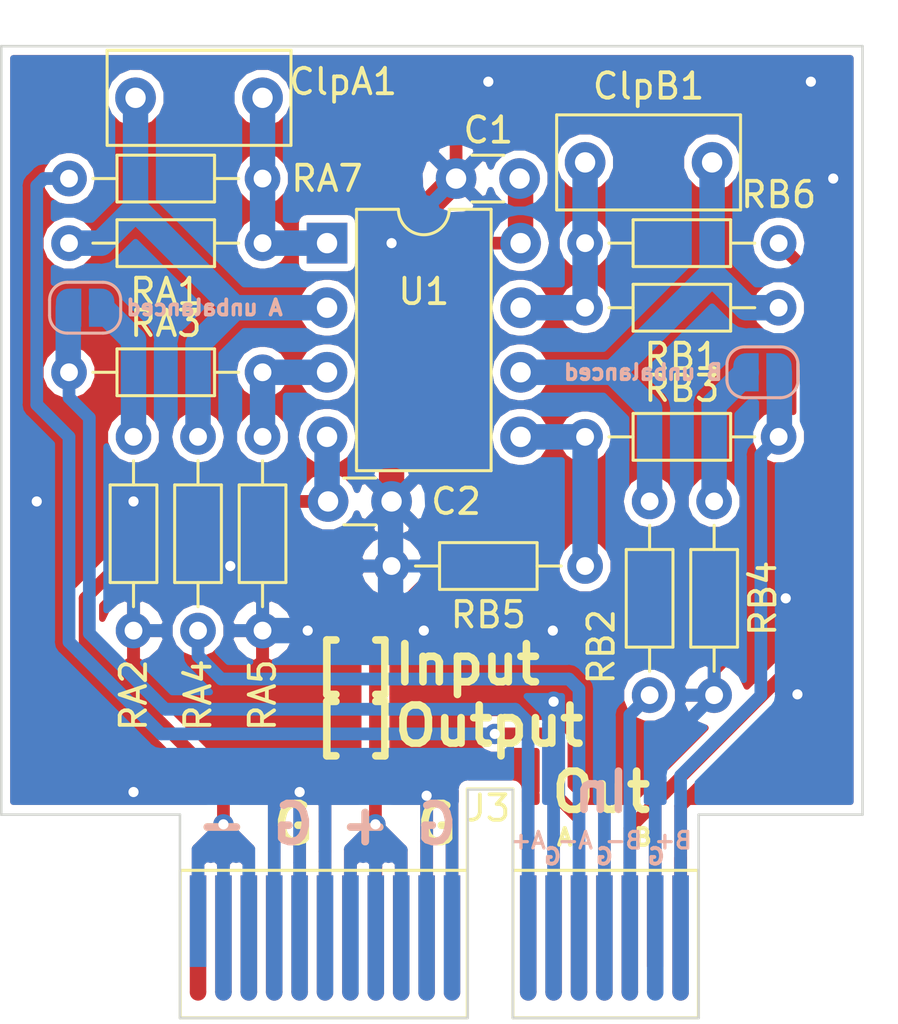
<source format=kicad_pcb>
(kicad_pcb (version 20171130) (host pcbnew 5.0.2-bee76a0~70~ubuntu16.04.1)

  (general
    (thickness 1.6)
    (drawings 22)
    (tracks 225)
    (zones 0)
    (modules 20)
    (nets 18)
  )

  (page A4)
  (layers
    (0 F.Cu signal)
    (31 B.Cu signal)
    (32 B.Adhes user)
    (33 F.Adhes user)
    (34 B.Paste user)
    (35 F.Paste user)
    (36 B.SilkS user)
    (37 F.SilkS user)
    (38 B.Mask user)
    (39 F.Mask user)
    (40 Dwgs.User user)
    (41 Cmts.User user)
    (42 Eco1.User user)
    (43 Eco2.User user)
    (44 Edge.Cuts user)
    (45 Margin user)
    (46 B.CrtYd user)
    (47 F.CrtYd user)
    (48 B.Fab user)
    (49 F.Fab user)
  )

  (setup
    (last_trace_width 0.5)
    (trace_clearance 0.3)
    (zone_clearance 0.3)
    (zone_45_only no)
    (trace_min 0.2)
    (segment_width 0.2)
    (edge_width 0.1)
    (via_size 0.8)
    (via_drill 0.4)
    (via_min_size 0.4)
    (via_min_drill 0.3)
    (uvia_size 0.3)
    (uvia_drill 0.1)
    (uvias_allowed no)
    (uvia_min_size 0.2)
    (uvia_min_drill 0.1)
    (pcb_text_width 0.3)
    (pcb_text_size 1.5 1.5)
    (mod_edge_width 0.15)
    (mod_text_size 1 1)
    (mod_text_width 0.15)
    (pad_size 1 0.5)
    (pad_drill 0)
    (pad_to_mask_clearance 0)
    (solder_mask_min_width 0.25)
    (aux_axis_origin 0 0)
    (visible_elements FFFFFF7F)
    (pcbplotparams
      (layerselection 0x010fc_ffffffff)
      (usegerberextensions false)
      (usegerberattributes false)
      (usegerberadvancedattributes false)
      (creategerberjobfile false)
      (excludeedgelayer true)
      (linewidth 0.100000)
      (plotframeref false)
      (viasonmask false)
      (mode 1)
      (useauxorigin false)
      (hpglpennumber 1)
      (hpglpenspeed 20)
      (hpglpendiameter 15.000000)
      (psnegative false)
      (psa4output false)
      (plotreference true)
      (plotvalue true)
      (plotinvisibletext false)
      (padsonsilk false)
      (subtractmaskfromsilk false)
      (outputformat 1)
      (mirror false)
      (drillshape 1)
      (scaleselection 1)
      (outputdirectory ""))
  )

  (net 0 "")
  (net 1 +15V)
  (net 2 GNDA)
  (net 3 -15V)
  (net 4 "Net-(RA3-Pad2)")
  (net 5 "Net-(RB3-Pad2)")
  (net 6 inB+)
  (net 7 inA+)
  (net 8 inB-)
  (net 9 inA-)
  (net 10 outA)
  (net 11 outB)
  (net 12 "Net-(JA2-Pad2)")
  (net 13 "Net-(JB1-Pad2)")
  (net 14 "Net-(ClpA1-Pad1)")
  (net 15 "Net-(ClpA1-Pad2)")
  (net 16 "Net-(ClpB1-Pad2)")
  (net 17 "Net-(ClpB1-Pad1)")

  (net_class Default "This is the default net class."
    (clearance 0.3)
    (trace_width 0.5)
    (via_dia 0.8)
    (via_drill 0.4)
    (uvia_dia 0.3)
    (uvia_drill 0.1)
    (add_net "Net-(ClpA1-Pad1)")
    (add_net "Net-(ClpA1-Pad2)")
    (add_net "Net-(ClpB1-Pad1)")
    (add_net "Net-(ClpB1-Pad2)")
    (add_net "Net-(JA2-Pad2)")
    (add_net "Net-(JB1-Pad2)")
    (add_net "Net-(RA3-Pad2)")
    (add_net "Net-(RB3-Pad2)")
    (add_net inA+)
    (add_net inA-)
    (add_net inB+)
    (add_net inB-)
    (add_net outA)
    (add_net outB)
  )

  (net_class power ""
    (clearance 0.3)
    (trace_width 0.5)
    (via_dia 0.8)
    (via_drill 0.4)
    (uvia_dia 0.3)
    (uvia_drill 0.1)
    (add_net +15V)
    (add_net -15V)
    (add_net GNDA)
  )

  (module Package_DIP:DIP-8_W7.62mm (layer F.Cu) (tedit 5A02E8C5) (tstamp 5CA24E4D)
    (at 101.6 39.37)
    (descr "8-lead though-hole mounted DIP package, row spacing 7.62 mm (300 mils)")
    (tags "THT DIP DIL PDIP 2.54mm 7.62mm 300mil")
    (path /5C54CA7D)
    (fp_text reference U1 (at 3.81 1.905) (layer F.SilkS)
      (effects (font (size 1 1) (thickness 0.15)))
    )
    (fp_text value LM4562 (at 3.81 9.95) (layer F.Fab)
      (effects (font (size 1 1) (thickness 0.15)))
    )
    (fp_arc (start 3.81 -1.33) (end 2.81 -1.33) (angle -180) (layer F.SilkS) (width 0.12))
    (fp_line (start 1.635 -1.27) (end 6.985 -1.27) (layer F.Fab) (width 0.1))
    (fp_line (start 6.985 -1.27) (end 6.985 8.89) (layer F.Fab) (width 0.1))
    (fp_line (start 6.985 8.89) (end 0.635 8.89) (layer F.Fab) (width 0.1))
    (fp_line (start 0.635 8.89) (end 0.635 -0.27) (layer F.Fab) (width 0.1))
    (fp_line (start 0.635 -0.27) (end 1.635 -1.27) (layer F.Fab) (width 0.1))
    (fp_line (start 2.81 -1.33) (end 1.16 -1.33) (layer F.SilkS) (width 0.12))
    (fp_line (start 1.16 -1.33) (end 1.16 8.95) (layer F.SilkS) (width 0.12))
    (fp_line (start 1.16 8.95) (end 6.46 8.95) (layer F.SilkS) (width 0.12))
    (fp_line (start 6.46 8.95) (end 6.46 -1.33) (layer F.SilkS) (width 0.12))
    (fp_line (start 6.46 -1.33) (end 4.81 -1.33) (layer F.SilkS) (width 0.12))
    (fp_line (start -1.1 -1.55) (end -1.1 9.15) (layer F.CrtYd) (width 0.05))
    (fp_line (start -1.1 9.15) (end 8.7 9.15) (layer F.CrtYd) (width 0.05))
    (fp_line (start 8.7 9.15) (end 8.7 -1.55) (layer F.CrtYd) (width 0.05))
    (fp_line (start 8.7 -1.55) (end -1.1 -1.55) (layer F.CrtYd) (width 0.05))
    (fp_text user %R (at 3.81 3.81) (layer F.Fab)
      (effects (font (size 1 1) (thickness 0.15)))
    )
    (pad 1 thru_hole rect (at 0 0) (size 1.6 1.6) (drill 0.8) (layers *.Cu *.Mask)
      (net 14 "Net-(ClpA1-Pad1)"))
    (pad 5 thru_hole oval (at 7.62 7.62) (size 1.6 1.6) (drill 0.8) (layers *.Cu *.Mask)
      (net 5 "Net-(RB3-Pad2)"))
    (pad 2 thru_hole oval (at 0 2.54) (size 1.6 1.6) (drill 0.8) (layers *.Cu *.Mask)
      (net 15 "Net-(ClpA1-Pad2)"))
    (pad 6 thru_hole oval (at 7.62 5.08) (size 1.6 1.6) (drill 0.8) (layers *.Cu *.Mask)
      (net 16 "Net-(ClpB1-Pad2)"))
    (pad 3 thru_hole oval (at 0 5.08) (size 1.6 1.6) (drill 0.8) (layers *.Cu *.Mask)
      (net 4 "Net-(RA3-Pad2)"))
    (pad 7 thru_hole oval (at 7.62 2.54) (size 1.6 1.6) (drill 0.8) (layers *.Cu *.Mask)
      (net 17 "Net-(ClpB1-Pad1)"))
    (pad 4 thru_hole oval (at 0 7.62) (size 1.6 1.6) (drill 0.8) (layers *.Cu *.Mask)
      (net 3 -15V))
    (pad 8 thru_hole oval (at 7.62 0) (size 1.6 1.6) (drill 0.8) (layers *.Cu *.Mask)
      (net 1 +15V))
    (model ${KISYS3DMOD}/Package_DIP.3dshapes/DIP-8_W7.62mm.wrl
      (at (xyz 0 0 0))
      (scale (xyz 1 1 1))
      (rotate (xyz 0 0 0))
    )
  )

  (module footprints:PCIexpress_1x_letters (layer F.Cu) (tedit 5C5476B0) (tstamp 5C54794C)
    (at 96.52 66.04)
    (descr "PCIexpress Bus Edge Connector")
    (tags "PCIexpress Bus Edge Connector")
    (path /5C5482AB)
    (attr virtual)
    (fp_text reference J3 (at 11.43 -4.445) (layer F.SilkS)
      (effects (font (size 1 1) (thickness 0.15)))
    )
    (fp_text value Conn_02x18_Row_Letter_First (at 16.48 -3.31) (layer F.Fab)
      (effects (font (size 1 1) (thickness 0.15)))
    )
    (fp_line (start 19.95 4.05) (end -0.95 4.05) (layer F.CrtYd) (width 0.05))
    (fp_line (start 19.95 4.05) (end 19.95 -5.45) (layer F.CrtYd) (width 0.05))
    (fp_line (start -0.95 -5.45) (end -0.95 4.05) (layer F.CrtYd) (width 0.05))
    (fp_line (start -0.95 -5.45) (end 19.95 -5.45) (layer F.CrtYd) (width 0.05))
    (fp_line (start 19.7 -2) (end 19.7 3.8) (layer F.SilkS) (width 0.12))
    (fp_line (start 12.4 -2) (end 12.4 3.8) (layer F.SilkS) (width 0.12))
    (fp_line (start 12.4 3.8) (end 19.7 3.8) (layer F.SilkS) (width 0.12))
    (fp_line (start 19.7 -2) (end 12.4 -2) (layer F.SilkS) (width 0.12))
    (fp_line (start -0.7 3.8) (end -0.7 -2) (layer F.SilkS) (width 0.12))
    (fp_line (start 10.6 3.8) (end -0.7 3.8) (layer F.SilkS) (width 0.12))
    (fp_line (start 10.6 -2) (end 10.6 3.8) (layer F.SilkS) (width 0.12))
    (fp_line (start -0.7 -2) (end 10.6 -2) (layer F.SilkS) (width 0.12))
    (fp_line (start 12.4 -5.2) (end 12.4 -2) (layer F.SilkS) (width 0.12))
    (fp_line (start 10.6 -5.2) (end 12.4 -5.2) (layer F.SilkS) (width 0.12))
    (fp_line (start 10.6 -2) (end 10.6 -5.2) (layer F.SilkS) (width 0.12))
    (fp_text user %R (at 9.5 0.662) (layer F.Fab)
      (effects (font (size 1 1) (thickness 0.15)))
    )
    (pad "" connect oval (at 1 2.8 90) (size 0.65 0.65) (layers B.Cu B.Mask))
    (pad "" connect oval (at 19 2.8 90) (size 0.65 0.65) (layers B.Cu B.Mask))
    (pad "" connect oval (at 18 2.8 90) (size 0.65 0.65) (layers B.Cu B.Mask))
    (pad "" connect oval (at 13 2.8 90) (size 0.65 0.65) (layers B.Cu B.Mask))
    (pad "" connect oval (at 10 2.8 90) (size 0.65 0.65) (layers B.Cu B.Mask))
    (pad "" connect oval (at 17 2.8 90) (size 0.65 0.65) (layers B.Cu B.Mask))
    (pad "" connect oval (at 14 2.8 90) (size 0.65 0.65) (layers B.Cu B.Mask))
    (pad "" connect oval (at 2 2.8 90) (size 0.65 0.65) (layers B.Cu B.Mask))
    (pad "" connect oval (at 16 2.8 90) (size 0.65 0.65) (layers B.Cu B.Mask))
    (pad "" connect oval (at 15 2.8 90) (size 0.65 0.65) (layers B.Cu B.Mask))
    (pad "" connect oval (at 9 2.8 90) (size 0.65 0.65) (layers B.Cu B.Mask))
    (pad "" connect oval (at 8 2.8 90) (size 0.65 0.65) (layers B.Cu B.Mask))
    (pad "" connect oval (at 7 2.8 90) (size 0.65 0.65) (layers B.Cu B.Mask))
    (pad "" connect oval (at 6 2.8 90) (size 0.65 0.65) (layers B.Cu B.Mask))
    (pad "" connect oval (at 5 2.8 90) (size 0.65 0.65) (layers B.Cu B.Mask))
    (pad "" connect oval (at 4 2.8 90) (size 0.65 0.65) (layers B.Cu B.Mask))
    (pad "" connect oval (at 3 2.8 90) (size 0.65 0.65) (layers B.Cu B.Mask))
    (pad "" connect circle (at 1 2.8) (size 0.65 0.65) (layers F.Cu F.Mask))
    (pad "" connect circle (at 17 2.8) (size 0.65 0.65) (layers F.Cu F.Mask))
    (pad "" connect circle (at 16 2.8) (size 0.65 0.65) (layers F.Cu F.Mask))
    (pad "" connect circle (at 15 2.8) (size 0.65 0.65) (layers F.Cu F.Mask))
    (pad "" connect circle (at 14 2.8) (size 0.65 0.65) (layers F.Cu F.Mask))
    (pad "" connect circle (at 13 2.8) (size 0.65 0.65) (layers F.Cu F.Mask))
    (pad "" connect circle (at 0 2.8) (size 0.65 0.65) (layers F.Cu F.Mask))
    (pad "" connect circle (at 10 2.8) (size 0.65 0.65) (layers F.Cu F.Mask))
    (pad "" connect circle (at 9 2.8) (size 0.65 0.65) (layers F.Cu F.Mask))
    (pad "" connect circle (at 8 2.8) (size 0.65 0.65) (layers F.Cu F.Mask))
    (pad "" connect circle (at 7 2.8) (size 0.65 0.65) (layers F.Cu F.Mask))
    (pad "" connect circle (at 6 2.8) (size 0.65 0.65) (layers F.Cu F.Mask))
    (pad "" connect circle (at 5 2.8) (size 0.65 0.65) (layers F.Cu F.Mask))
    (pad "" connect circle (at 4 2.8) (size 0.65 0.65) (layers F.Cu F.Mask))
    (pad "" connect circle (at 3 2.8) (size 0.65 0.65) (layers F.Cu F.Mask))
    (pad "" connect circle (at 2 2.8) (size 0.65 0.65) (layers F.Cu F.Mask))
    (pad 13a connect rect (at 14 0.5) (size 0.65 4.6) (layers B.Cu B.Mask)
      (net 2 GNDA))
    (pad 12a connect rect (at 13 0.5) (size 0.65 4.6) (layers B.Cu B.Mask)
      (net 7 inA+))
    (pad 18a connect rect (at 19 0.5) (size 0.65 4.6) (layers B.Cu B.Mask)
      (net 6 inB+))
    (pad 17a connect rect (at 18 0.5) (size 0.65 4.6) (layers B.Cu B.Mask)
      (net 2 GNDA))
    (pad 16a connect rect (at 17 0.5) (size 0.65 4.6) (layers B.Cu B.Mask)
      (net 8 inB-))
    (pad 15a connect rect (at 16 0.5) (size 0.65 4.6) (layers B.Cu B.Mask)
      (net 2 GNDA))
    (pad 14a connect rect (at 15 0.5) (size 0.65 4.6) (layers B.Cu B.Mask)
      (net 9 inA-))
    (pad 11a connect rect (at 10 0.5) (size 0.65 4.6) (layers B.Cu B.Mask)
      (net 2 GNDA))
    (pad 10a connect rect (at 9 0.5) (size 0.65 4.6) (layers B.Cu B.Mask)
      (net 2 GNDA))
    (pad 9a connect rect (at 8 0.5) (size 0.65 4.6) (layers B.Cu B.Mask)
      (net 1 +15V))
    (pad 8a connect rect (at 7 0.5) (size 0.65 4.6) (layers B.Cu B.Mask)
      (net 1 +15V))
    (pad 7a connect rect (at 6 0.5) (size 0.65 4.6) (layers B.Cu B.Mask)
      (net 1 +15V))
    (pad 6a connect rect (at 5 0.5) (size 0.65 4.6) (layers B.Cu B.Mask)
      (net 2 GNDA))
    (pad 5a connect rect (at 4 0.5) (size 0.65 4.6) (layers B.Cu B.Mask)
      (net 2 GNDA))
    (pad 4a connect rect (at 3 0.5) (size 0.65 4.6) (layers B.Cu B.Mask)
      (net 2 GNDA))
    (pad 3a connect rect (at 2 0.5) (size 0.65 4.6) (layers B.Cu B.Mask)
      (net 3 -15V))
    (pad 2a connect rect (at 1 0.5) (size 0.65 4.6) (layers B.Cu B.Mask)
      (net 3 -15V))
    (pad 1a connect rect (at 0 0) (size 0.65 3.6) (layers B.Cu B.Mask)
      (net 3 -15V))
    (pad 13b connect rect (at 14 0.5) (size 0.65 4.6) (layers F.Cu F.Mask)
      (net 10 outA))
    (pad 12b connect rect (at 13 0.5) (size 0.65 4.6) (layers F.Cu F.Mask)
      (net 2 GNDA))
    (pad 18b connect rect (at 19 0.5) (size 0.65 4.6) (layers F.Cu F.Mask)
      (net 2 GNDA))
    (pad 17b connect rect (at 18 0) (size 0.65 3.6) (layers F.Cu F.Mask)
      (net 11 outB))
    (pad 16b connect rect (at 17 0.5) (size 0.65 4.6) (layers F.Cu F.Mask)
      (net 11 outB))
    (pad 15b connect rect (at 16 0.5) (size 0.65 4.6) (layers F.Cu F.Mask)
      (net 2 GNDA))
    (pad 14b connect rect (at 15 0.5) (size 0.65 4.6) (layers F.Cu F.Mask)
      (net 10 outA))
    (pad 11b connect rect (at 10 0.5) (size 0.65 4.6) (layers F.Cu F.Mask)
      (net 2 GNDA))
    (pad 10b connect rect (at 9 0.5) (size 0.65 4.6) (layers F.Cu F.Mask)
      (net 2 GNDA))
    (pad 9b connect rect (at 8 0.5) (size 0.65 4.6) (layers F.Cu F.Mask)
      (net 1 +15V))
    (pad 8b connect rect (at 7 0.5) (size 0.65 4.6) (layers F.Cu F.Mask)
      (net 1 +15V))
    (pad 7b connect rect (at 6 0.5) (size 0.65 4.6) (layers F.Cu F.Mask)
      (net 1 +15V))
    (pad 6b connect rect (at 5 0.5) (size 0.65 4.6) (layers F.Cu F.Mask)
      (net 2 GNDA))
    (pad 5b connect rect (at 4 0.5) (size 0.65 4.6) (layers F.Cu F.Mask)
      (net 2 GNDA))
    (pad 4b connect rect (at 3 0.5) (size 0.65 4.6) (layers F.Cu F.Mask)
      (net 2 GNDA))
    (pad 3b connect rect (at 2 0.5) (size 0.65 4.6) (layers F.Cu F.Mask)
      (net 3 -15V))
    (pad 2b connect rect (at 1 0.5) (size 0.65 4.6) (layers F.Cu F.Mask)
      (net 3 -15V))
    (pad 1b connect rect (at 0 0.5) (size 0.65 4.6) (layers F.Cu F.Mask)
      (net 3 -15V))
    (pad "" connect circle (at 19 2.8) (size 0.65 0.65) (layers F.Cu F.Mask))
  )

  (module Resistor_THT:R_Axial_DIN0204_L3.6mm_D1.6mm_P7.62mm_Horizontal (layer F.Cu) (tedit 5AE5139B) (tstamp 5CA24D4F)
    (at 96.52 54.61 90)
    (descr "Resistor, Axial_DIN0204 series, Axial, Horizontal, pin pitch=7.62mm, 0.167W, length*diameter=3.6*1.6mm^2, http://cdn-reichelt.de/documents/datenblatt/B400/1_4W%23YAG.pdf")
    (tags "Resistor Axial_DIN0204 series Axial Horizontal pin pitch 7.62mm 0.167W length 3.6mm diameter 1.6mm")
    (path /5C54CA8C)
    (fp_text reference RA2 (at -2.54 -2.54 90) (layer F.SilkS)
      (effects (font (size 1 1) (thickness 0.15)))
    )
    (fp_text value 10k|0 (at 3.81 1.92 90) (layer F.Fab)
      (effects (font (size 1 1) (thickness 0.15)))
    )
    (fp_line (start 2.01 -0.8) (end 2.01 0.8) (layer F.Fab) (width 0.1))
    (fp_line (start 2.01 0.8) (end 5.61 0.8) (layer F.Fab) (width 0.1))
    (fp_line (start 5.61 0.8) (end 5.61 -0.8) (layer F.Fab) (width 0.1))
    (fp_line (start 5.61 -0.8) (end 2.01 -0.8) (layer F.Fab) (width 0.1))
    (fp_line (start 0 0) (end 2.01 0) (layer F.Fab) (width 0.1))
    (fp_line (start 7.62 0) (end 5.61 0) (layer F.Fab) (width 0.1))
    (fp_line (start 1.89 -0.92) (end 1.89 0.92) (layer F.SilkS) (width 0.12))
    (fp_line (start 1.89 0.92) (end 5.73 0.92) (layer F.SilkS) (width 0.12))
    (fp_line (start 5.73 0.92) (end 5.73 -0.92) (layer F.SilkS) (width 0.12))
    (fp_line (start 5.73 -0.92) (end 1.89 -0.92) (layer F.SilkS) (width 0.12))
    (fp_line (start 0.94 0) (end 1.89 0) (layer F.SilkS) (width 0.12))
    (fp_line (start 6.68 0) (end 5.73 0) (layer F.SilkS) (width 0.12))
    (fp_line (start -0.95 -1.05) (end -0.95 1.05) (layer F.CrtYd) (width 0.05))
    (fp_line (start -0.95 1.05) (end 8.57 1.05) (layer F.CrtYd) (width 0.05))
    (fp_line (start 8.57 1.05) (end 8.57 -1.05) (layer F.CrtYd) (width 0.05))
    (fp_line (start 8.57 -1.05) (end -0.95 -1.05) (layer F.CrtYd) (width 0.05))
    (fp_text user %R (at 3.81 0 90) (layer F.Fab)
      (effects (font (size 0.72 0.72) (thickness 0.108)))
    )
    (pad 1 thru_hole circle (at 0 0 90) (size 1.4 1.4) (drill 0.7) (layers *.Cu *.Mask)
      (net 9 inA-))
    (pad 2 thru_hole oval (at 7.62 0 90) (size 1.4 1.4) (drill 0.7) (layers *.Cu *.Mask)
      (net 15 "Net-(ClpA1-Pad2)"))
    (model ${KISYS3DMOD}/Resistor_THT.3dshapes/R_Axial_DIN0204_L3.6mm_D1.6mm_P7.62mm_Horizontal.wrl
      (at (xyz 0 0 0))
      (scale (xyz 1 1 1))
      (rotate (xyz 0 0 0))
    )
  )

  (module Resistor_THT:R_Axial_DIN0204_L3.6mm_D1.6mm_P7.62mm_Horizontal (layer F.Cu) (tedit 5AE5139B) (tstamp 5CA24B48)
    (at 91.44 44.45)
    (descr "Resistor, Axial_DIN0204 series, Axial, Horizontal, pin pitch=7.62mm, 0.167W, length*diameter=3.6*1.6mm^2, http://cdn-reichelt.de/documents/datenblatt/B400/1_4W%23YAG.pdf")
    (tags "Resistor Axial_DIN0204 series Axial Horizontal pin pitch 7.62mm 0.167W length 3.6mm diameter 1.6mm")
    (path /5C54CAA4)
    (fp_text reference RA3 (at 3.81 -1.92) (layer F.SilkS)
      (effects (font (size 1 1) (thickness 0.15)))
    )
    (fp_text value 10k|1k (at 3.81 1.92) (layer F.Fab)
      (effects (font (size 1 1) (thickness 0.15)))
    )
    (fp_text user %R (at 3.81 0) (layer F.Fab)
      (effects (font (size 0.72 0.72) (thickness 0.108)))
    )
    (fp_line (start 8.57 -1.05) (end -0.95 -1.05) (layer F.CrtYd) (width 0.05))
    (fp_line (start 8.57 1.05) (end 8.57 -1.05) (layer F.CrtYd) (width 0.05))
    (fp_line (start -0.95 1.05) (end 8.57 1.05) (layer F.CrtYd) (width 0.05))
    (fp_line (start -0.95 -1.05) (end -0.95 1.05) (layer F.CrtYd) (width 0.05))
    (fp_line (start 6.68 0) (end 5.73 0) (layer F.SilkS) (width 0.12))
    (fp_line (start 0.94 0) (end 1.89 0) (layer F.SilkS) (width 0.12))
    (fp_line (start 5.73 -0.92) (end 1.89 -0.92) (layer F.SilkS) (width 0.12))
    (fp_line (start 5.73 0.92) (end 5.73 -0.92) (layer F.SilkS) (width 0.12))
    (fp_line (start 1.89 0.92) (end 5.73 0.92) (layer F.SilkS) (width 0.12))
    (fp_line (start 1.89 -0.92) (end 1.89 0.92) (layer F.SilkS) (width 0.12))
    (fp_line (start 7.62 0) (end 5.61 0) (layer F.Fab) (width 0.1))
    (fp_line (start 0 0) (end 2.01 0) (layer F.Fab) (width 0.1))
    (fp_line (start 5.61 -0.8) (end 2.01 -0.8) (layer F.Fab) (width 0.1))
    (fp_line (start 5.61 0.8) (end 5.61 -0.8) (layer F.Fab) (width 0.1))
    (fp_line (start 2.01 0.8) (end 5.61 0.8) (layer F.Fab) (width 0.1))
    (fp_line (start 2.01 -0.8) (end 2.01 0.8) (layer F.Fab) (width 0.1))
    (pad 2 thru_hole oval (at 7.62 0) (size 1.4 1.4) (drill 0.7) (layers *.Cu *.Mask)
      (net 4 "Net-(RA3-Pad2)"))
    (pad 1 thru_hole circle (at 0 0) (size 1.4 1.4) (drill 0.7) (layers *.Cu *.Mask)
      (net 7 inA+))
    (model ${KISYS3DMOD}/Resistor_THT.3dshapes/R_Axial_DIN0204_L3.6mm_D1.6mm_P7.62mm_Horizontal.wrl
      (at (xyz 0 0 0))
      (scale (xyz 1 1 1))
      (rotate (xyz 0 0 0))
    )
  )

  (module Resistor_THT:R_Axial_DIN0204_L3.6mm_D1.6mm_P7.62mm_Horizontal (layer F.Cu) (tedit 5AE5139B) (tstamp 5CA24BBD)
    (at 93.98 46.99 270)
    (descr "Resistor, Axial_DIN0204 series, Axial, Horizontal, pin pitch=7.62mm, 0.167W, length*diameter=3.6*1.6mm^2, http://cdn-reichelt.de/documents/datenblatt/B400/1_4W%23YAG.pdf")
    (tags "Resistor Axial_DIN0204 series Axial Horizontal pin pitch 7.62mm 0.167W length 3.6mm diameter 1.6mm")
    (path /5C54CAB9)
    (fp_text reference RA4 (at 10.16 -2.54 270) (layer F.SilkS)
      (effects (font (size 1 1) (thickness 0.15)))
    )
    (fp_text value 10|0 (at 3.81 1.92 270) (layer F.Fab)
      (effects (font (size 1 1) (thickness 0.15)))
    )
    (fp_text user %R (at 3.81 0 270) (layer F.Fab)
      (effects (font (size 0.72 0.72) (thickness 0.108)))
    )
    (fp_line (start 8.57 -1.05) (end -0.95 -1.05) (layer F.CrtYd) (width 0.05))
    (fp_line (start 8.57 1.05) (end 8.57 -1.05) (layer F.CrtYd) (width 0.05))
    (fp_line (start -0.95 1.05) (end 8.57 1.05) (layer F.CrtYd) (width 0.05))
    (fp_line (start -0.95 -1.05) (end -0.95 1.05) (layer F.CrtYd) (width 0.05))
    (fp_line (start 6.68 0) (end 5.73 0) (layer F.SilkS) (width 0.12))
    (fp_line (start 0.94 0) (end 1.89 0) (layer F.SilkS) (width 0.12))
    (fp_line (start 5.73 -0.92) (end 1.89 -0.92) (layer F.SilkS) (width 0.12))
    (fp_line (start 5.73 0.92) (end 5.73 -0.92) (layer F.SilkS) (width 0.12))
    (fp_line (start 1.89 0.92) (end 5.73 0.92) (layer F.SilkS) (width 0.12))
    (fp_line (start 1.89 -0.92) (end 1.89 0.92) (layer F.SilkS) (width 0.12))
    (fp_line (start 7.62 0) (end 5.61 0) (layer F.Fab) (width 0.1))
    (fp_line (start 0 0) (end 2.01 0) (layer F.Fab) (width 0.1))
    (fp_line (start 5.61 -0.8) (end 2.01 -0.8) (layer F.Fab) (width 0.1))
    (fp_line (start 5.61 0.8) (end 5.61 -0.8) (layer F.Fab) (width 0.1))
    (fp_line (start 2.01 0.8) (end 5.61 0.8) (layer F.Fab) (width 0.1))
    (fp_line (start 2.01 -0.8) (end 2.01 0.8) (layer F.Fab) (width 0.1))
    (pad 2 thru_hole oval (at 7.62 0 270) (size 1.4 1.4) (drill 0.7) (layers *.Cu *.Mask)
      (net 2 GNDA))
    (pad 1 thru_hole circle (at 0 0 270) (size 1.4 1.4) (drill 0.7) (layers *.Cu *.Mask)
      (net 12 "Net-(JA2-Pad2)"))
    (model ${KISYS3DMOD}/Resistor_THT.3dshapes/R_Axial_DIN0204_L3.6mm_D1.6mm_P7.62mm_Horizontal.wrl
      (at (xyz 0 0 0))
      (scale (xyz 1 1 1))
      (rotate (xyz 0 0 0))
    )
  )

  (module Resistor_THT:R_Axial_DIN0204_L3.6mm_D1.6mm_P7.62mm_Horizontal (layer F.Cu) (tedit 5AE5139B) (tstamp 5CA24D91)
    (at 99.06 46.99 270)
    (descr "Resistor, Axial_DIN0204 series, Axial, Horizontal, pin pitch=7.62mm, 0.167W, length*diameter=3.6*1.6mm^2, http://cdn-reichelt.de/documents/datenblatt/B400/1_4W%23YAG.pdf")
    (tags "Resistor Axial_DIN0204 series Axial Horizontal pin pitch 7.62mm 0.167W length 3.6mm diameter 1.6mm")
    (path /5C54CAAC)
    (fp_text reference RA5 (at 10.16 0 270) (layer F.SilkS)
      (effects (font (size 1 1) (thickness 0.15)))
    )
    (fp_text value 10k|open (at 3.81 1.92 270) (layer F.Fab)
      (effects (font (size 1 1) (thickness 0.15)))
    )
    (fp_line (start 2.01 -0.8) (end 2.01 0.8) (layer F.Fab) (width 0.1))
    (fp_line (start 2.01 0.8) (end 5.61 0.8) (layer F.Fab) (width 0.1))
    (fp_line (start 5.61 0.8) (end 5.61 -0.8) (layer F.Fab) (width 0.1))
    (fp_line (start 5.61 -0.8) (end 2.01 -0.8) (layer F.Fab) (width 0.1))
    (fp_line (start 0 0) (end 2.01 0) (layer F.Fab) (width 0.1))
    (fp_line (start 7.62 0) (end 5.61 0) (layer F.Fab) (width 0.1))
    (fp_line (start 1.89 -0.92) (end 1.89 0.92) (layer F.SilkS) (width 0.12))
    (fp_line (start 1.89 0.92) (end 5.73 0.92) (layer F.SilkS) (width 0.12))
    (fp_line (start 5.73 0.92) (end 5.73 -0.92) (layer F.SilkS) (width 0.12))
    (fp_line (start 5.73 -0.92) (end 1.89 -0.92) (layer F.SilkS) (width 0.12))
    (fp_line (start 0.94 0) (end 1.89 0) (layer F.SilkS) (width 0.12))
    (fp_line (start 6.68 0) (end 5.73 0) (layer F.SilkS) (width 0.12))
    (fp_line (start -0.95 -1.05) (end -0.95 1.05) (layer F.CrtYd) (width 0.05))
    (fp_line (start -0.95 1.05) (end 8.57 1.05) (layer F.CrtYd) (width 0.05))
    (fp_line (start 8.57 1.05) (end 8.57 -1.05) (layer F.CrtYd) (width 0.05))
    (fp_line (start 8.57 -1.05) (end -0.95 -1.05) (layer F.CrtYd) (width 0.05))
    (fp_text user %R (at 3.81 0 270) (layer F.Fab)
      (effects (font (size 0.72 0.72) (thickness 0.108)))
    )
    (pad 1 thru_hole circle (at 0 0 270) (size 1.4 1.4) (drill 0.7) (layers *.Cu *.Mask)
      (net 4 "Net-(RA3-Pad2)"))
    (pad 2 thru_hole oval (at 7.62 0 270) (size 1.4 1.4) (drill 0.7) (layers *.Cu *.Mask)
      (net 2 GNDA))
    (model ${KISYS3DMOD}/Resistor_THT.3dshapes/R_Axial_DIN0204_L3.6mm_D1.6mm_P7.62mm_Horizontal.wrl
      (at (xyz 0 0 0))
      (scale (xyz 1 1 1))
      (rotate (xyz 0 0 0))
    )
  )

  (module Resistor_THT:R_Axial_DIN0204_L3.6mm_D1.6mm_P7.62mm_Horizontal (layer F.Cu) (tedit 5AE5139B) (tstamp 5CA24E06)
    (at 119.38 41.91 180)
    (descr "Resistor, Axial_DIN0204 series, Axial, Horizontal, pin pitch=7.62mm, 0.167W, length*diameter=3.6*1.6mm^2, http://cdn-reichelt.de/documents/datenblatt/B400/1_4W%23YAG.pdf")
    (tags "Resistor Axial_DIN0204 series Axial Horizontal pin pitch 7.62mm 0.167W length 3.6mm diameter 1.6mm")
    (path /5C54CB19)
    (fp_text reference RB1 (at 3.81 -1.92 180) (layer F.SilkS)
      (effects (font (size 1 1) (thickness 0.15)))
    )
    (fp_text value 10k (at 3.81 1.92 180) (layer F.Fab)
      (effects (font (size 1 1) (thickness 0.15)))
    )
    (fp_line (start 2.01 -0.8) (end 2.01 0.8) (layer F.Fab) (width 0.1))
    (fp_line (start 2.01 0.8) (end 5.61 0.8) (layer F.Fab) (width 0.1))
    (fp_line (start 5.61 0.8) (end 5.61 -0.8) (layer F.Fab) (width 0.1))
    (fp_line (start 5.61 -0.8) (end 2.01 -0.8) (layer F.Fab) (width 0.1))
    (fp_line (start 0 0) (end 2.01 0) (layer F.Fab) (width 0.1))
    (fp_line (start 7.62 0) (end 5.61 0) (layer F.Fab) (width 0.1))
    (fp_line (start 1.89 -0.92) (end 1.89 0.92) (layer F.SilkS) (width 0.12))
    (fp_line (start 1.89 0.92) (end 5.73 0.92) (layer F.SilkS) (width 0.12))
    (fp_line (start 5.73 0.92) (end 5.73 -0.92) (layer F.SilkS) (width 0.12))
    (fp_line (start 5.73 -0.92) (end 1.89 -0.92) (layer F.SilkS) (width 0.12))
    (fp_line (start 0.94 0) (end 1.89 0) (layer F.SilkS) (width 0.12))
    (fp_line (start 6.68 0) (end 5.73 0) (layer F.SilkS) (width 0.12))
    (fp_line (start -0.95 -1.05) (end -0.95 1.05) (layer F.CrtYd) (width 0.05))
    (fp_line (start -0.95 1.05) (end 8.57 1.05) (layer F.CrtYd) (width 0.05))
    (fp_line (start 8.57 1.05) (end 8.57 -1.05) (layer F.CrtYd) (width 0.05))
    (fp_line (start 8.57 -1.05) (end -0.95 -1.05) (layer F.CrtYd) (width 0.05))
    (fp_text user %R (at 3.81 0 180) (layer F.Fab)
      (effects (font (size 0.72 0.72) (thickness 0.108)))
    )
    (pad 1 thru_hole circle (at 0 0 180) (size 1.4 1.4) (drill 0.7) (layers *.Cu *.Mask)
      (net 16 "Net-(ClpB1-Pad2)"))
    (pad 2 thru_hole oval (at 7.62 0 180) (size 1.4 1.4) (drill 0.7) (layers *.Cu *.Mask)
      (net 17 "Net-(ClpB1-Pad1)"))
    (model ${KISYS3DMOD}/Resistor_THT.3dshapes/R_Axial_DIN0204_L3.6mm_D1.6mm_P7.62mm_Horizontal.wrl
      (at (xyz 0 0 0))
      (scale (xyz 1 1 1))
      (rotate (xyz 0 0 0))
    )
  )

  (module Resistor_THT:R_Axial_DIN0204_L3.6mm_D1.6mm_P7.62mm_Horizontal (layer F.Cu) (tedit 5AE5139B) (tstamp 5CA24C29)
    (at 114.3 57.15 90)
    (descr "Resistor, Axial_DIN0204 series, Axial, Horizontal, pin pitch=7.62mm, 0.167W, length*diameter=3.6*1.6mm^2, http://cdn-reichelt.de/documents/datenblatt/B400/1_4W%23YAG.pdf")
    (tags "Resistor Axial_DIN0204 series Axial Horizontal pin pitch 7.62mm 0.167W length 3.6mm diameter 1.6mm")
    (path /5C54CAD8)
    (fp_text reference RB2 (at 1.905 -1.905 90) (layer F.SilkS)
      (effects (font (size 1 1) (thickness 0.15)))
    )
    (fp_text value 10k|0 (at 3.81 1.92 90) (layer F.Fab)
      (effects (font (size 1 1) (thickness 0.15)))
    )
    (fp_line (start 2.01 -0.8) (end 2.01 0.8) (layer F.Fab) (width 0.1))
    (fp_line (start 2.01 0.8) (end 5.61 0.8) (layer F.Fab) (width 0.1))
    (fp_line (start 5.61 0.8) (end 5.61 -0.8) (layer F.Fab) (width 0.1))
    (fp_line (start 5.61 -0.8) (end 2.01 -0.8) (layer F.Fab) (width 0.1))
    (fp_line (start 0 0) (end 2.01 0) (layer F.Fab) (width 0.1))
    (fp_line (start 7.62 0) (end 5.61 0) (layer F.Fab) (width 0.1))
    (fp_line (start 1.89 -0.92) (end 1.89 0.92) (layer F.SilkS) (width 0.12))
    (fp_line (start 1.89 0.92) (end 5.73 0.92) (layer F.SilkS) (width 0.12))
    (fp_line (start 5.73 0.92) (end 5.73 -0.92) (layer F.SilkS) (width 0.12))
    (fp_line (start 5.73 -0.92) (end 1.89 -0.92) (layer F.SilkS) (width 0.12))
    (fp_line (start 0.94 0) (end 1.89 0) (layer F.SilkS) (width 0.12))
    (fp_line (start 6.68 0) (end 5.73 0) (layer F.SilkS) (width 0.12))
    (fp_line (start -0.95 -1.05) (end -0.95 1.05) (layer F.CrtYd) (width 0.05))
    (fp_line (start -0.95 1.05) (end 8.57 1.05) (layer F.CrtYd) (width 0.05))
    (fp_line (start 8.57 1.05) (end 8.57 -1.05) (layer F.CrtYd) (width 0.05))
    (fp_line (start 8.57 -1.05) (end -0.95 -1.05) (layer F.CrtYd) (width 0.05))
    (fp_text user %R (at 3.81 0 90) (layer F.Fab)
      (effects (font (size 0.72 0.72) (thickness 0.108)))
    )
    (pad 1 thru_hole circle (at 0 0 90) (size 1.4 1.4) (drill 0.7) (layers *.Cu *.Mask)
      (net 8 inB-))
    (pad 2 thru_hole oval (at 7.62 0 90) (size 1.4 1.4) (drill 0.7) (layers *.Cu *.Mask)
      (net 16 "Net-(ClpB1-Pad2)"))
    (model ${KISYS3DMOD}/Resistor_THT.3dshapes/R_Axial_DIN0204_L3.6mm_D1.6mm_P7.62mm_Horizontal.wrl
      (at (xyz 0 0 0))
      (scale (xyz 1 1 1))
      (rotate (xyz 0 0 0))
    )
  )

  (module Resistor_THT:R_Axial_DIN0204_L3.6mm_D1.6mm_P7.62mm_Horizontal (layer F.Cu) (tedit 5AE5139B) (tstamp 5CA24AD9)
    (at 119.38 46.99 180)
    (descr "Resistor, Axial_DIN0204 series, Axial, Horizontal, pin pitch=7.62mm, 0.167W, length*diameter=3.6*1.6mm^2, http://cdn-reichelt.de/documents/datenblatt/B400/1_4W%23YAG.pdf")
    (tags "Resistor Axial_DIN0204 series Axial Horizontal pin pitch 7.62mm 0.167W length 3.6mm diameter 1.6mm")
    (path /5C54CAE4)
    (fp_text reference RB3 (at 3.81 1.905 180) (layer F.SilkS)
      (effects (font (size 1 1) (thickness 0.15)))
    )
    (fp_text value 10k|1k (at 3.81 1.92 180) (layer F.Fab)
      (effects (font (size 1 1) (thickness 0.15)))
    )
    (fp_text user %R (at 3.81 0 180) (layer F.Fab)
      (effects (font (size 0.72 0.72) (thickness 0.108)))
    )
    (fp_line (start 8.57 -1.05) (end -0.95 -1.05) (layer F.CrtYd) (width 0.05))
    (fp_line (start 8.57 1.05) (end 8.57 -1.05) (layer F.CrtYd) (width 0.05))
    (fp_line (start -0.95 1.05) (end 8.57 1.05) (layer F.CrtYd) (width 0.05))
    (fp_line (start -0.95 -1.05) (end -0.95 1.05) (layer F.CrtYd) (width 0.05))
    (fp_line (start 6.68 0) (end 5.73 0) (layer F.SilkS) (width 0.12))
    (fp_line (start 0.94 0) (end 1.89 0) (layer F.SilkS) (width 0.12))
    (fp_line (start 5.73 -0.92) (end 1.89 -0.92) (layer F.SilkS) (width 0.12))
    (fp_line (start 5.73 0.92) (end 5.73 -0.92) (layer F.SilkS) (width 0.12))
    (fp_line (start 1.89 0.92) (end 5.73 0.92) (layer F.SilkS) (width 0.12))
    (fp_line (start 1.89 -0.92) (end 1.89 0.92) (layer F.SilkS) (width 0.12))
    (fp_line (start 7.62 0) (end 5.61 0) (layer F.Fab) (width 0.1))
    (fp_line (start 0 0) (end 2.01 0) (layer F.Fab) (width 0.1))
    (fp_line (start 5.61 -0.8) (end 2.01 -0.8) (layer F.Fab) (width 0.1))
    (fp_line (start 5.61 0.8) (end 5.61 -0.8) (layer F.Fab) (width 0.1))
    (fp_line (start 2.01 0.8) (end 5.61 0.8) (layer F.Fab) (width 0.1))
    (fp_line (start 2.01 -0.8) (end 2.01 0.8) (layer F.Fab) (width 0.1))
    (pad 2 thru_hole oval (at 7.62 0 180) (size 1.4 1.4) (drill 0.7) (layers *.Cu *.Mask)
      (net 5 "Net-(RB3-Pad2)"))
    (pad 1 thru_hole circle (at 0 0 180) (size 1.4 1.4) (drill 0.7) (layers *.Cu *.Mask)
      (net 6 inB+))
    (model ${KISYS3DMOD}/Resistor_THT.3dshapes/R_Axial_DIN0204_L3.6mm_D1.6mm_P7.62mm_Horizontal.wrl
      (at (xyz 0 0 0))
      (scale (xyz 1 1 1))
      (rotate (xyz 0 0 0))
    )
  )

  (module Resistor_THT:R_Axial_DIN0204_L3.6mm_D1.6mm_P7.62mm_Horizontal (layer F.Cu) (tedit 5AE5139B) (tstamp 5CA24C6B)
    (at 116.84 49.53 270)
    (descr "Resistor, Axial_DIN0204 series, Axial, Horizontal, pin pitch=7.62mm, 0.167W, length*diameter=3.6*1.6mm^2, http://cdn-reichelt.de/documents/datenblatt/B400/1_4W%23YAG.pdf")
    (tags "Resistor Axial_DIN0204 series Axial Horizontal pin pitch 7.62mm 0.167W length 3.6mm diameter 1.6mm")
    (path /5C54CAF8)
    (fp_text reference RB4 (at 3.81 -1.92 270) (layer F.SilkS)
      (effects (font (size 1 1) (thickness 0.15)))
    )
    (fp_text value 10|0 (at 3.81 1.92 270) (layer F.Fab)
      (effects (font (size 1 1) (thickness 0.15)))
    )
    (fp_text user %R (at 3.81 0 270) (layer F.Fab)
      (effects (font (size 0.72 0.72) (thickness 0.108)))
    )
    (fp_line (start 8.57 -1.05) (end -0.95 -1.05) (layer F.CrtYd) (width 0.05))
    (fp_line (start 8.57 1.05) (end 8.57 -1.05) (layer F.CrtYd) (width 0.05))
    (fp_line (start -0.95 1.05) (end 8.57 1.05) (layer F.CrtYd) (width 0.05))
    (fp_line (start -0.95 -1.05) (end -0.95 1.05) (layer F.CrtYd) (width 0.05))
    (fp_line (start 6.68 0) (end 5.73 0) (layer F.SilkS) (width 0.12))
    (fp_line (start 0.94 0) (end 1.89 0) (layer F.SilkS) (width 0.12))
    (fp_line (start 5.73 -0.92) (end 1.89 -0.92) (layer F.SilkS) (width 0.12))
    (fp_line (start 5.73 0.92) (end 5.73 -0.92) (layer F.SilkS) (width 0.12))
    (fp_line (start 1.89 0.92) (end 5.73 0.92) (layer F.SilkS) (width 0.12))
    (fp_line (start 1.89 -0.92) (end 1.89 0.92) (layer F.SilkS) (width 0.12))
    (fp_line (start 7.62 0) (end 5.61 0) (layer F.Fab) (width 0.1))
    (fp_line (start 0 0) (end 2.01 0) (layer F.Fab) (width 0.1))
    (fp_line (start 5.61 -0.8) (end 2.01 -0.8) (layer F.Fab) (width 0.1))
    (fp_line (start 5.61 0.8) (end 5.61 -0.8) (layer F.Fab) (width 0.1))
    (fp_line (start 2.01 0.8) (end 5.61 0.8) (layer F.Fab) (width 0.1))
    (fp_line (start 2.01 -0.8) (end 2.01 0.8) (layer F.Fab) (width 0.1))
    (pad 2 thru_hole oval (at 7.62 0 270) (size 1.4 1.4) (drill 0.7) (layers *.Cu *.Mask)
      (net 2 GNDA))
    (pad 1 thru_hole circle (at 0 0 270) (size 1.4 1.4) (drill 0.7) (layers *.Cu *.Mask)
      (net 13 "Net-(JB1-Pad2)"))
    (model ${KISYS3DMOD}/Resistor_THT.3dshapes/R_Axial_DIN0204_L3.6mm_D1.6mm_P7.62mm_Horizontal.wrl
      (at (xyz 0 0 0))
      (scale (xyz 1 1 1))
      (rotate (xyz 0 0 0))
    )
  )

  (module Resistor_THT:R_Axial_DIN0204_L3.6mm_D1.6mm_P7.62mm_Horizontal (layer F.Cu) (tedit 5AE5139B) (tstamp 5CA24CF2)
    (at 111.76 52.07 180)
    (descr "Resistor, Axial_DIN0204 series, Axial, Horizontal, pin pitch=7.62mm, 0.167W, length*diameter=3.6*1.6mm^2, http://cdn-reichelt.de/documents/datenblatt/B400/1_4W%23YAG.pdf")
    (tags "Resistor Axial_DIN0204 series Axial Horizontal pin pitch 7.62mm 0.167W length 3.6mm diameter 1.6mm")
    (path /5C54CAEC)
    (fp_text reference RB5 (at 3.81 -1.92 180) (layer F.SilkS)
      (effects (font (size 1 1) (thickness 0.15)))
    )
    (fp_text value 10k|open (at 3.81 1.92 180) (layer F.Fab)
      (effects (font (size 1 1) (thickness 0.15)))
    )
    (fp_line (start 2.01 -0.8) (end 2.01 0.8) (layer F.Fab) (width 0.1))
    (fp_line (start 2.01 0.8) (end 5.61 0.8) (layer F.Fab) (width 0.1))
    (fp_line (start 5.61 0.8) (end 5.61 -0.8) (layer F.Fab) (width 0.1))
    (fp_line (start 5.61 -0.8) (end 2.01 -0.8) (layer F.Fab) (width 0.1))
    (fp_line (start 0 0) (end 2.01 0) (layer F.Fab) (width 0.1))
    (fp_line (start 7.62 0) (end 5.61 0) (layer F.Fab) (width 0.1))
    (fp_line (start 1.89 -0.92) (end 1.89 0.92) (layer F.SilkS) (width 0.12))
    (fp_line (start 1.89 0.92) (end 5.73 0.92) (layer F.SilkS) (width 0.12))
    (fp_line (start 5.73 0.92) (end 5.73 -0.92) (layer F.SilkS) (width 0.12))
    (fp_line (start 5.73 -0.92) (end 1.89 -0.92) (layer F.SilkS) (width 0.12))
    (fp_line (start 0.94 0) (end 1.89 0) (layer F.SilkS) (width 0.12))
    (fp_line (start 6.68 0) (end 5.73 0) (layer F.SilkS) (width 0.12))
    (fp_line (start -0.95 -1.05) (end -0.95 1.05) (layer F.CrtYd) (width 0.05))
    (fp_line (start -0.95 1.05) (end 8.57 1.05) (layer F.CrtYd) (width 0.05))
    (fp_line (start 8.57 1.05) (end 8.57 -1.05) (layer F.CrtYd) (width 0.05))
    (fp_line (start 8.57 -1.05) (end -0.95 -1.05) (layer F.CrtYd) (width 0.05))
    (fp_text user %R (at 3.81 0 180) (layer F.Fab)
      (effects (font (size 0.72 0.72) (thickness 0.108)))
    )
    (pad 1 thru_hole circle (at 0 0 180) (size 1.4 1.4) (drill 0.7) (layers *.Cu *.Mask)
      (net 5 "Net-(RB3-Pad2)"))
    (pad 2 thru_hole oval (at 7.62 0 180) (size 1.4 1.4) (drill 0.7) (layers *.Cu *.Mask)
      (net 2 GNDA))
    (model ${KISYS3DMOD}/Resistor_THT.3dshapes/R_Axial_DIN0204_L3.6mm_D1.6mm_P7.62mm_Horizontal.wrl
      (at (xyz 0 0 0))
      (scale (xyz 1 1 1))
      (rotate (xyz 0 0 0))
    )
  )

  (module Resistor_THT:R_Axial_DIN0204_L3.6mm_D1.6mm_P7.62mm_Horizontal (layer F.Cu) (tedit 5AE5139B) (tstamp 5CA24CAD)
    (at 91.44 39.37)
    (descr "Resistor, Axial_DIN0204 series, Axial, Horizontal, pin pitch=7.62mm, 0.167W, length*diameter=3.6*1.6mm^2, http://cdn-reichelt.de/documents/datenblatt/B400/1_4W%23YAG.pdf")
    (tags "Resistor Axial_DIN0204 series Axial Horizontal pin pitch 7.62mm 0.167W length 3.6mm diameter 1.6mm")
    (path /5C54CA95)
    (fp_text reference RA1 (at 3.81 1.905) (layer F.SilkS)
      (effects (font (size 1 1) (thickness 0.15)))
    )
    (fp_text value 10k (at 3.81 1.92) (layer F.Fab)
      (effects (font (size 1 1) (thickness 0.15)))
    )
    (fp_line (start 2.01 -0.8) (end 2.01 0.8) (layer F.Fab) (width 0.1))
    (fp_line (start 2.01 0.8) (end 5.61 0.8) (layer F.Fab) (width 0.1))
    (fp_line (start 5.61 0.8) (end 5.61 -0.8) (layer F.Fab) (width 0.1))
    (fp_line (start 5.61 -0.8) (end 2.01 -0.8) (layer F.Fab) (width 0.1))
    (fp_line (start 0 0) (end 2.01 0) (layer F.Fab) (width 0.1))
    (fp_line (start 7.62 0) (end 5.61 0) (layer F.Fab) (width 0.1))
    (fp_line (start 1.89 -0.92) (end 1.89 0.92) (layer F.SilkS) (width 0.12))
    (fp_line (start 1.89 0.92) (end 5.73 0.92) (layer F.SilkS) (width 0.12))
    (fp_line (start 5.73 0.92) (end 5.73 -0.92) (layer F.SilkS) (width 0.12))
    (fp_line (start 5.73 -0.92) (end 1.89 -0.92) (layer F.SilkS) (width 0.12))
    (fp_line (start 0.94 0) (end 1.89 0) (layer F.SilkS) (width 0.12))
    (fp_line (start 6.68 0) (end 5.73 0) (layer F.SilkS) (width 0.12))
    (fp_line (start -0.95 -1.05) (end -0.95 1.05) (layer F.CrtYd) (width 0.05))
    (fp_line (start -0.95 1.05) (end 8.57 1.05) (layer F.CrtYd) (width 0.05))
    (fp_line (start 8.57 1.05) (end 8.57 -1.05) (layer F.CrtYd) (width 0.05))
    (fp_line (start 8.57 -1.05) (end -0.95 -1.05) (layer F.CrtYd) (width 0.05))
    (fp_text user %R (at 3.81 0) (layer F.Fab)
      (effects (font (size 0.72 0.72) (thickness 0.108)))
    )
    (pad 1 thru_hole circle (at 0 0) (size 1.4 1.4) (drill 0.7) (layers *.Cu *.Mask)
      (net 15 "Net-(ClpA1-Pad2)"))
    (pad 2 thru_hole oval (at 7.62 0) (size 1.4 1.4) (drill 0.7) (layers *.Cu *.Mask)
      (net 14 "Net-(ClpA1-Pad1)"))
    (model ${KISYS3DMOD}/Resistor_THT.3dshapes/R_Axial_DIN0204_L3.6mm_D1.6mm_P7.62mm_Horizontal.wrl
      (at (xyz 0 0 0))
      (scale (xyz 1 1 1))
      (rotate (xyz 0 0 0))
    )
  )

  (module Capacitor_THT:C_Disc_D3.0mm_W1.6mm_P2.50mm (layer F.Cu) (tedit 5AE50EF0) (tstamp 5CA24838)
    (at 109.18 36.83 180)
    (descr "C, Disc series, Radial, pin pitch=2.50mm, , diameter*width=3.0*1.6mm^2, Capacitor, http://www.vishay.com/docs/45233/krseries.pdf")
    (tags "C Disc series Radial pin pitch 2.50mm  diameter 3.0mm width 1.6mm Capacitor")
    (path /5C54CB2B)
    (fp_text reference C1 (at 1.23 1.905 180) (layer F.SilkS)
      (effects (font (size 1 1) (thickness 0.15)))
    )
    (fp_text value 100n (at 1.25 2.05 180) (layer F.Fab)
      (effects (font (size 1 1) (thickness 0.15)))
    )
    (fp_line (start -0.25 -0.8) (end -0.25 0.8) (layer F.Fab) (width 0.1))
    (fp_line (start -0.25 0.8) (end 2.75 0.8) (layer F.Fab) (width 0.1))
    (fp_line (start 2.75 0.8) (end 2.75 -0.8) (layer F.Fab) (width 0.1))
    (fp_line (start 2.75 -0.8) (end -0.25 -0.8) (layer F.Fab) (width 0.1))
    (fp_line (start 0.621 -0.92) (end 1.879 -0.92) (layer F.SilkS) (width 0.12))
    (fp_line (start 0.621 0.92) (end 1.879 0.92) (layer F.SilkS) (width 0.12))
    (fp_line (start -1.05 -1.05) (end -1.05 1.05) (layer F.CrtYd) (width 0.05))
    (fp_line (start -1.05 1.05) (end 3.55 1.05) (layer F.CrtYd) (width 0.05))
    (fp_line (start 3.55 1.05) (end 3.55 -1.05) (layer F.CrtYd) (width 0.05))
    (fp_line (start 3.55 -1.05) (end -1.05 -1.05) (layer F.CrtYd) (width 0.05))
    (fp_text user %R (at 1.25 0 180) (layer F.Fab)
      (effects (font (size 0.6 0.6) (thickness 0.09)))
    )
    (pad 1 thru_hole circle (at 0 0 180) (size 1.6 1.6) (drill 0.8) (layers *.Cu *.Mask)
      (net 1 +15V))
    (pad 2 thru_hole circle (at 2.5 0 180) (size 1.6 1.6) (drill 0.8) (layers *.Cu *.Mask)
      (net 2 GNDA))
    (model ${KISYS3DMOD}/Capacitor_THT.3dshapes/C_Disc_D3.0mm_W1.6mm_P2.50mm.wrl
      (at (xyz 0 0 0))
      (scale (xyz 1 1 1))
      (rotate (xyz 0 0 0))
    )
  )

  (module Capacitor_THT:C_Disc_D3.0mm_W1.6mm_P2.50mm (layer F.Cu) (tedit 5AE50EF0) (tstamp 5CA24849)
    (at 104.14 49.53 180)
    (descr "C, Disc series, Radial, pin pitch=2.50mm, , diameter*width=3.0*1.6mm^2, Capacitor, http://www.vishay.com/docs/45233/krseries.pdf")
    (tags "C Disc series Radial pin pitch 2.50mm  diameter 3.0mm width 1.6mm Capacitor")
    (path /5C54CB3A)
    (fp_text reference C2 (at -2.54 0 180) (layer F.SilkS)
      (effects (font (size 1 1) (thickness 0.15)))
    )
    (fp_text value 100n (at 1.25 2.05 180) (layer F.Fab)
      (effects (font (size 1 1) (thickness 0.15)))
    )
    (fp_text user %R (at 1.25 0 180) (layer F.Fab)
      (effects (font (size 0.6 0.6) (thickness 0.09)))
    )
    (fp_line (start 3.55 -1.05) (end -1.05 -1.05) (layer F.CrtYd) (width 0.05))
    (fp_line (start 3.55 1.05) (end 3.55 -1.05) (layer F.CrtYd) (width 0.05))
    (fp_line (start -1.05 1.05) (end 3.55 1.05) (layer F.CrtYd) (width 0.05))
    (fp_line (start -1.05 -1.05) (end -1.05 1.05) (layer F.CrtYd) (width 0.05))
    (fp_line (start 0.621 0.92) (end 1.879 0.92) (layer F.SilkS) (width 0.12))
    (fp_line (start 0.621 -0.92) (end 1.879 -0.92) (layer F.SilkS) (width 0.12))
    (fp_line (start 2.75 -0.8) (end -0.25 -0.8) (layer F.Fab) (width 0.1))
    (fp_line (start 2.75 0.8) (end 2.75 -0.8) (layer F.Fab) (width 0.1))
    (fp_line (start -0.25 0.8) (end 2.75 0.8) (layer F.Fab) (width 0.1))
    (fp_line (start -0.25 -0.8) (end -0.25 0.8) (layer F.Fab) (width 0.1))
    (pad 2 thru_hole circle (at 2.5 0 180) (size 1.6 1.6) (drill 0.8) (layers *.Cu *.Mask)
      (net 3 -15V))
    (pad 1 thru_hole circle (at 0 0 180) (size 1.6 1.6) (drill 0.8) (layers *.Cu *.Mask)
      (net 2 GNDA))
    (model ${KISYS3DMOD}/Capacitor_THT.3dshapes/C_Disc_D3.0mm_W1.6mm_P2.50mm.wrl
      (at (xyz 0 0 0))
      (scale (xyz 1 1 1))
      (rotate (xyz 0 0 0))
    )
  )

  (module Capacitor_THT:C_Rect_L7.0mm_W3.5mm_P5.00mm (layer F.Cu) (tedit 5AE50EF0) (tstamp 5CA2485C)
    (at 99.06 33.655 180)
    (descr "C, Rect series, Radial, pin pitch=5.00mm, , length*width=7*3.5mm^2, Capacitor")
    (tags "C Rect series Radial pin pitch 5.00mm  length 7mm width 3.5mm Capacitor")
    (path /5CA42A5F)
    (fp_text reference ClpA1 (at -3.175 0.635 180) (layer F.SilkS)
      (effects (font (size 1 1) (thickness 0.15)))
    )
    (fp_text value 330p (at 2.5 3 180) (layer F.Fab)
      (effects (font (size 1 1) (thickness 0.15)))
    )
    (fp_line (start -1 -1.75) (end -1 1.75) (layer F.Fab) (width 0.1))
    (fp_line (start -1 1.75) (end 6 1.75) (layer F.Fab) (width 0.1))
    (fp_line (start 6 1.75) (end 6 -1.75) (layer F.Fab) (width 0.1))
    (fp_line (start 6 -1.75) (end -1 -1.75) (layer F.Fab) (width 0.1))
    (fp_line (start -1.12 -1.87) (end 6.12 -1.87) (layer F.SilkS) (width 0.12))
    (fp_line (start -1.12 1.87) (end 6.12 1.87) (layer F.SilkS) (width 0.12))
    (fp_line (start -1.12 -1.87) (end -1.12 1.87) (layer F.SilkS) (width 0.12))
    (fp_line (start 6.12 -1.87) (end 6.12 1.87) (layer F.SilkS) (width 0.12))
    (fp_line (start -1.25 -2) (end -1.25 2) (layer F.CrtYd) (width 0.05))
    (fp_line (start -1.25 2) (end 6.25 2) (layer F.CrtYd) (width 0.05))
    (fp_line (start 6.25 2) (end 6.25 -2) (layer F.CrtYd) (width 0.05))
    (fp_line (start 6.25 -2) (end -1.25 -2) (layer F.CrtYd) (width 0.05))
    (fp_text user %R (at 2.5 0 180) (layer F.Fab)
      (effects (font (size 1 1) (thickness 0.15)))
    )
    (pad 1 thru_hole circle (at 0 0 180) (size 1.6 1.6) (drill 0.8) (layers *.Cu *.Mask)
      (net 14 "Net-(ClpA1-Pad1)"))
    (pad 2 thru_hole circle (at 5 0 180) (size 1.6 1.6) (drill 0.8) (layers *.Cu *.Mask)
      (net 15 "Net-(ClpA1-Pad2)"))
    (model ${KISYS3DMOD}/Capacitor_THT.3dshapes/C_Rect_L7.0mm_W3.5mm_P5.00mm.wrl
      (at (xyz 0 0 0))
      (scale (xyz 1 1 1))
      (rotate (xyz 0 0 0))
    )
  )

  (module Capacitor_THT:C_Rect_L7.0mm_W3.5mm_P5.00mm (layer F.Cu) (tedit 5AE50EF0) (tstamp 5CA2486F)
    (at 111.76 36.195)
    (descr "C, Rect series, Radial, pin pitch=5.00mm, , length*width=7*3.5mm^2, Capacitor")
    (tags "C Rect series Radial pin pitch 5.00mm  length 7mm width 3.5mm Capacitor")
    (path /5CA46ED4)
    (fp_text reference ClpB1 (at 2.5 -3) (layer F.SilkS)
      (effects (font (size 1 1) (thickness 0.15)))
    )
    (fp_text value 330p (at 2.5 3) (layer F.Fab)
      (effects (font (size 1 1) (thickness 0.15)))
    )
    (fp_text user %R (at 2.5 0) (layer F.Fab)
      (effects (font (size 1 1) (thickness 0.15)))
    )
    (fp_line (start 6.25 -2) (end -1.25 -2) (layer F.CrtYd) (width 0.05))
    (fp_line (start 6.25 2) (end 6.25 -2) (layer F.CrtYd) (width 0.05))
    (fp_line (start -1.25 2) (end 6.25 2) (layer F.CrtYd) (width 0.05))
    (fp_line (start -1.25 -2) (end -1.25 2) (layer F.CrtYd) (width 0.05))
    (fp_line (start 6.12 -1.87) (end 6.12 1.87) (layer F.SilkS) (width 0.12))
    (fp_line (start -1.12 -1.87) (end -1.12 1.87) (layer F.SilkS) (width 0.12))
    (fp_line (start -1.12 1.87) (end 6.12 1.87) (layer F.SilkS) (width 0.12))
    (fp_line (start -1.12 -1.87) (end 6.12 -1.87) (layer F.SilkS) (width 0.12))
    (fp_line (start 6 -1.75) (end -1 -1.75) (layer F.Fab) (width 0.1))
    (fp_line (start 6 1.75) (end 6 -1.75) (layer F.Fab) (width 0.1))
    (fp_line (start -1 1.75) (end 6 1.75) (layer F.Fab) (width 0.1))
    (fp_line (start -1 -1.75) (end -1 1.75) (layer F.Fab) (width 0.1))
    (pad 2 thru_hole circle (at 5 0) (size 1.6 1.6) (drill 0.8) (layers *.Cu *.Mask)
      (net 16 "Net-(ClpB1-Pad2)"))
    (pad 1 thru_hole circle (at 0 0) (size 1.6 1.6) (drill 0.8) (layers *.Cu *.Mask)
      (net 17 "Net-(ClpB1-Pad1)"))
    (model ${KISYS3DMOD}/Capacitor_THT.3dshapes/C_Rect_L7.0mm_W3.5mm_P5.00mm.wrl
      (at (xyz 0 0 0))
      (scale (xyz 1 1 1))
      (rotate (xyz 0 0 0))
    )
  )

  (module Resistor_THT:R_Axial_DIN0204_L3.6mm_D1.6mm_P7.62mm_Horizontal (layer F.Cu) (tedit 5AE5139B) (tstamp 5CA24886)
    (at 99.06 36.83 180)
    (descr "Resistor, Axial_DIN0204 series, Axial, Horizontal, pin pitch=7.62mm, 0.167W, length*diameter=3.6*1.6mm^2, http://cdn-reichelt.de/documents/datenblatt/B400/1_4W%23YAG.pdf")
    (tags "Resistor Axial_DIN0204 series Axial Horizontal pin pitch 7.62mm 0.167W length 3.6mm diameter 1.6mm")
    (path /5CA39C35)
    (fp_text reference RA7 (at -2.54 0 180) (layer F.SilkS)
      (effects (font (size 1 1) (thickness 0.15)))
    )
    (fp_text value 0|220 (at 3.81 1.92 180) (layer F.Fab)
      (effects (font (size 1 1) (thickness 0.15)))
    )
    (fp_text user %R (at 3.81 0 180) (layer F.Fab)
      (effects (font (size 0.72 0.72) (thickness 0.108)))
    )
    (fp_line (start 8.57 -1.05) (end -0.95 -1.05) (layer F.CrtYd) (width 0.05))
    (fp_line (start 8.57 1.05) (end 8.57 -1.05) (layer F.CrtYd) (width 0.05))
    (fp_line (start -0.95 1.05) (end 8.57 1.05) (layer F.CrtYd) (width 0.05))
    (fp_line (start -0.95 -1.05) (end -0.95 1.05) (layer F.CrtYd) (width 0.05))
    (fp_line (start 6.68 0) (end 5.73 0) (layer F.SilkS) (width 0.12))
    (fp_line (start 0.94 0) (end 1.89 0) (layer F.SilkS) (width 0.12))
    (fp_line (start 5.73 -0.92) (end 1.89 -0.92) (layer F.SilkS) (width 0.12))
    (fp_line (start 5.73 0.92) (end 5.73 -0.92) (layer F.SilkS) (width 0.12))
    (fp_line (start 1.89 0.92) (end 5.73 0.92) (layer F.SilkS) (width 0.12))
    (fp_line (start 1.89 -0.92) (end 1.89 0.92) (layer F.SilkS) (width 0.12))
    (fp_line (start 7.62 0) (end 5.61 0) (layer F.Fab) (width 0.1))
    (fp_line (start 0 0) (end 2.01 0) (layer F.Fab) (width 0.1))
    (fp_line (start 5.61 -0.8) (end 2.01 -0.8) (layer F.Fab) (width 0.1))
    (fp_line (start 5.61 0.8) (end 5.61 -0.8) (layer F.Fab) (width 0.1))
    (fp_line (start 2.01 0.8) (end 5.61 0.8) (layer F.Fab) (width 0.1))
    (fp_line (start 2.01 -0.8) (end 2.01 0.8) (layer F.Fab) (width 0.1))
    (pad 2 thru_hole oval (at 7.62 0 180) (size 1.4 1.4) (drill 0.7) (layers *.Cu *.Mask)
      (net 10 outA))
    (pad 1 thru_hole circle (at 0 0 180) (size 1.4 1.4) (drill 0.7) (layers *.Cu *.Mask)
      (net 14 "Net-(ClpA1-Pad1)"))
    (model ${KISYS3DMOD}/Resistor_THT.3dshapes/R_Axial_DIN0204_L3.6mm_D1.6mm_P7.62mm_Horizontal.wrl
      (at (xyz 0 0 0))
      (scale (xyz 1 1 1))
      (rotate (xyz 0 0 0))
    )
  )

  (module Resistor_THT:R_Axial_DIN0204_L3.6mm_D1.6mm_P7.62mm_Horizontal (layer F.Cu) (tedit 5AE5139B) (tstamp 5CA2489D)
    (at 111.76 39.37)
    (descr "Resistor, Axial_DIN0204 series, Axial, Horizontal, pin pitch=7.62mm, 0.167W, length*diameter=3.6*1.6mm^2, http://cdn-reichelt.de/documents/datenblatt/B400/1_4W%23YAG.pdf")
    (tags "Resistor Axial_DIN0204 series Axial Horizontal pin pitch 7.62mm 0.167W length 3.6mm diameter 1.6mm")
    (path /5CA3D551)
    (fp_text reference RB6 (at 7.62 -1.905) (layer F.SilkS)
      (effects (font (size 1 1) (thickness 0.15)))
    )
    (fp_text value 0|220 (at 3.81 1.92) (layer F.Fab)
      (effects (font (size 1 1) (thickness 0.15)))
    )
    (fp_line (start 2.01 -0.8) (end 2.01 0.8) (layer F.Fab) (width 0.1))
    (fp_line (start 2.01 0.8) (end 5.61 0.8) (layer F.Fab) (width 0.1))
    (fp_line (start 5.61 0.8) (end 5.61 -0.8) (layer F.Fab) (width 0.1))
    (fp_line (start 5.61 -0.8) (end 2.01 -0.8) (layer F.Fab) (width 0.1))
    (fp_line (start 0 0) (end 2.01 0) (layer F.Fab) (width 0.1))
    (fp_line (start 7.62 0) (end 5.61 0) (layer F.Fab) (width 0.1))
    (fp_line (start 1.89 -0.92) (end 1.89 0.92) (layer F.SilkS) (width 0.12))
    (fp_line (start 1.89 0.92) (end 5.73 0.92) (layer F.SilkS) (width 0.12))
    (fp_line (start 5.73 0.92) (end 5.73 -0.92) (layer F.SilkS) (width 0.12))
    (fp_line (start 5.73 -0.92) (end 1.89 -0.92) (layer F.SilkS) (width 0.12))
    (fp_line (start 0.94 0) (end 1.89 0) (layer F.SilkS) (width 0.12))
    (fp_line (start 6.68 0) (end 5.73 0) (layer F.SilkS) (width 0.12))
    (fp_line (start -0.95 -1.05) (end -0.95 1.05) (layer F.CrtYd) (width 0.05))
    (fp_line (start -0.95 1.05) (end 8.57 1.05) (layer F.CrtYd) (width 0.05))
    (fp_line (start 8.57 1.05) (end 8.57 -1.05) (layer F.CrtYd) (width 0.05))
    (fp_line (start 8.57 -1.05) (end -0.95 -1.05) (layer F.CrtYd) (width 0.05))
    (fp_text user %R (at 3.81 0) (layer F.Fab)
      (effects (font (size 0.72 0.72) (thickness 0.108)))
    )
    (pad 1 thru_hole circle (at 0 0) (size 1.4 1.4) (drill 0.7) (layers *.Cu *.Mask)
      (net 17 "Net-(ClpB1-Pad1)"))
    (pad 2 thru_hole oval (at 7.62 0) (size 1.4 1.4) (drill 0.7) (layers *.Cu *.Mask)
      (net 11 outB))
    (model ${KISYS3DMOD}/Resistor_THT.3dshapes/R_Axial_DIN0204_L3.6mm_D1.6mm_P7.62mm_Horizontal.wrl
      (at (xyz 0 0 0))
      (scale (xyz 1 1 1))
      (rotate (xyz 0 0 0))
    )
  )

  (module Jumper:SolderJumper-2_P1.3mm_Open_RoundedPad1.0x1.5mm (layer B.Cu) (tedit 5CB36154) (tstamp 5CA25528)
    (at 92.075 41.91)
    (descr "SMD Solder Jumper, 1x1.5mm, rounded Pads, 0.3mm gap, open")
    (tags "solder jumper open")
    (path /5C54CACC)
    (attr virtual)
    (fp_text reference JA2 (at 3.175 0) (layer B.SilkS) hide
      (effects (font (size 1 1) (thickness 0.15)) (justify mirror))
    )
    (fp_text value Jumper (at 0 -1.9) (layer B.Fab)
      (effects (font (size 1 1) (thickness 0.15)) (justify mirror))
    )
    (fp_line (start 1.65 -1.25) (end -1.65 -1.25) (layer B.CrtYd) (width 0.05))
    (fp_line (start 1.65 -1.25) (end 1.65 1.25) (layer B.CrtYd) (width 0.05))
    (fp_line (start -1.65 1.25) (end -1.65 -1.25) (layer B.CrtYd) (width 0.05))
    (fp_line (start -1.65 1.25) (end 1.65 1.25) (layer B.CrtYd) (width 0.05))
    (fp_line (start -0.7 1) (end 0.7 1) (layer B.SilkS) (width 0.12))
    (fp_line (start 1.4 0.3) (end 1.4 -0.3) (layer B.SilkS) (width 0.12))
    (fp_line (start 0.7 -1) (end -0.7 -1) (layer B.SilkS) (width 0.12))
    (fp_line (start -1.4 -0.3) (end -1.4 0.3) (layer B.SilkS) (width 0.12))
    (fp_arc (start -0.7 0.3) (end -0.7 1) (angle 90) (layer B.SilkS) (width 0.12))
    (fp_arc (start -0.7 -0.3) (end -1.4 -0.3) (angle 90) (layer B.SilkS) (width 0.12))
    (fp_arc (start 0.7 -0.3) (end 0.7 -1) (angle 90) (layer B.SilkS) (width 0.12))
    (fp_arc (start 0.7 0.3) (end 1.4 0.3) (angle 90) (layer B.SilkS) (width 0.12))
    (pad 2 smd custom (at 0.65 0) (size 1 0.5) (layers B.Cu B.Mask)
      (net 12 "Net-(JA2-Pad2)") (zone_connect 0)
      (options (clearance outline) (anchor rect))
      (primitives
        (gr_circle (center 0 -0.25) (end 0.5 -0.25) (width 0))
        (gr_circle (center 0 0.25) (end 0.5 0.25) (width 0))
        (gr_poly (pts
           (xy 0 0.75) (xy -0.5 0.75) (xy -0.5 -0.75) (xy 0 -0.75)) (width 0))
      ))
    (pad 1 smd custom (at -0.65 0) (size 1 0.5) (layers B.Cu B.Mask)
      (net 7 inA+) (zone_connect 0)
      (options (clearance outline) (anchor rect))
      (primitives
        (gr_circle (center 0 -0.25) (end 0.5 -0.25) (width 0))
        (gr_circle (center 0 0.25) (end 0.5 0.25) (width 0))
        (gr_poly (pts
           (xy 0 0.75) (xy 0.5 0.75) (xy 0.5 -0.75) (xy 0 -0.75)) (width 0))
      ))
  )

  (module Jumper:SolderJumper-2_P1.3mm_Open_RoundedPad1.0x1.5mm (layer B.Cu) (tedit 5CB3615E) (tstamp 5CA2553A)
    (at 118.745 44.45 180)
    (descr "SMD Solder Jumper, 1x1.5mm, rounded Pads, 0.3mm gap, open")
    (tags "solder jumper open")
    (path /5C54CB0B)
    (attr virtual)
    (fp_text reference JB1 (at 3.175 0 180) (layer B.SilkS) hide
      (effects (font (size 1 1) (thickness 0.15)) (justify mirror))
    )
    (fp_text value Jumper (at 0 -1.9 180) (layer B.Fab)
      (effects (font (size 1 1) (thickness 0.15)) (justify mirror))
    )
    (fp_arc (start 0.7 0.3) (end 1.4 0.3) (angle 90) (layer B.SilkS) (width 0.12))
    (fp_arc (start 0.7 -0.3) (end 0.7 -1) (angle 90) (layer B.SilkS) (width 0.12))
    (fp_arc (start -0.7 -0.3) (end -1.4 -0.3) (angle 90) (layer B.SilkS) (width 0.12))
    (fp_arc (start -0.7 0.3) (end -0.7 1) (angle 90) (layer B.SilkS) (width 0.12))
    (fp_line (start -1.4 -0.3) (end -1.4 0.3) (layer B.SilkS) (width 0.12))
    (fp_line (start 0.7 -1) (end -0.7 -1) (layer B.SilkS) (width 0.12))
    (fp_line (start 1.4 0.3) (end 1.4 -0.3) (layer B.SilkS) (width 0.12))
    (fp_line (start -0.7 1) (end 0.7 1) (layer B.SilkS) (width 0.12))
    (fp_line (start -1.65 1.25) (end 1.65 1.25) (layer B.CrtYd) (width 0.05))
    (fp_line (start -1.65 1.25) (end -1.65 -1.25) (layer B.CrtYd) (width 0.05))
    (fp_line (start 1.65 -1.25) (end 1.65 1.25) (layer B.CrtYd) (width 0.05))
    (fp_line (start 1.65 -1.25) (end -1.65 -1.25) (layer B.CrtYd) (width 0.05))
    (pad 1 smd custom (at -0.65 0 180) (size 1 0.5) (layers B.Cu B.Mask)
      (net 6 inB+) (zone_connect 0)
      (options (clearance outline) (anchor rect))
      (primitives
        (gr_circle (center 0 -0.25) (end 0.5 -0.25) (width 0))
        (gr_circle (center 0 0.25) (end 0.5 0.25) (width 0))
        (gr_poly (pts
           (xy 0 0.75) (xy 0.5 0.75) (xy 0.5 -0.75) (xy 0 -0.75)) (width 0))
      ))
    (pad 2 smd custom (at 0.65 0 180) (size 1 0.5) (layers B.Cu B.Mask)
      (net 13 "Net-(JB1-Pad2)") (zone_connect 0)
      (options (clearance outline) (anchor rect))
      (primitives
        (gr_circle (center 0 -0.25) (end 0.5 -0.25) (width 0))
        (gr_circle (center 0 0.25) (end 0.5 0.25) (width 0))
        (gr_poly (pts
           (xy 0 0.75) (xy -0.5 0.75) (xy -0.5 -0.75) (xy 0 -0.75)) (width 0))
      ))
  )

  (gr_line (start 108.9152 69.85) (end 116.2304 69.85) (layer Edge.Cuts) (width 0.1))
  (gr_line (start 108.9152 60.8584) (end 108.9152 69.85) (layer Edge.Cuts) (width 0.1))
  (gr_line (start 107.1372 60.8584) (end 108.9152 60.8584) (layer Edge.Cuts) (width 0.1))
  (gr_line (start 107.1372 69.85) (end 107.1372 60.8584) (layer Edge.Cuts) (width 0.1))
  (gr_line (start 122.682 31.623) (end 122.682 61.849) (layer Edge.Cuts) (width 0.1))
  (gr_line (start 88.773 31.623) (end 122.682 31.623) (layer Edge.Cuts) (width 0.1))
  (gr_line (start 88.773 61.849) (end 88.773 31.623) (layer Edge.Cuts) (width 0.1))
  (gr_line (start 95.8088 61.849) (end 88.773 61.849) (layer Edge.Cuts) (width 0.1))
  (gr_line (start 95.8088 69.85) (end 95.8088 61.849) (layer Edge.Cuts) (width 0.1))
  (gr_line (start 107.1118 69.85) (end 95.8088 69.85) (layer Edge.Cuts) (width 0.1))
  (gr_line (start 116.2304 61.849) (end 116.2304 69.85) (layer Edge.Cuts) (width 0.1))
  (gr_line (start 122.682 61.849) (end 116.2304 61.849) (layer Edge.Cuts) (width 0.1))
  (gr_text "A unbalanced" (at 96.774 41.91) (layer B.SilkS)
    (effects (font (size 0.6 0.6) (thickness 0.15)) (justify mirror))
  )
  (gr_text "B unbalanced" (at 114.046 44.45) (layer B.SilkS)
    (effects (font (size 0.6 0.6) (thickness 0.15)) (justify mirror))
  )
  (gr_text "G   G   G" (at 112.522 63.5) (layer B.SilkS)
    (effects (font (size 0.62 0.62) (thickness 0.155)) (justify mirror))
  )
  (gr_text Out (at 112.395 60.96) (layer F.SilkS)
    (effects (font (size 1.5 1.5) (thickness 0.3)))
  )
  (gr_text In (at 112.395 60.96) (layer B.SilkS)
    (effects (font (size 1.5 1.5) (thickness 0.3)) (justify mirror))
  )
  (gr_text "B+ B- A- A+" (at 112.395 62.865) (layer B.SilkS)
    (effects (font (size 0.65 0.65) (thickness 0.125)) (justify mirror))
  )
  (gr_text "A     B" (at 112.522 62.738) (layer F.SilkS)
    (effects (font (size 0.65 0.65) (thickness 0.1625)))
  )
  (gr_text "- G + G" (at 101.6 62.23) (layer F.SilkS) (tstamp 5CB3648E)
    (effects (font (size 1.5 1.5) (thickness 0.3)))
  )
  (gr_text "G + G -" (at 101.6 62.23) (layer B.SilkS) (tstamp 5CB36574)
    (effects (font (size 1.5 1.5) (thickness 0.3)) (justify mirror))
  )
  (gr_text "[ ]Input\n[ ]Output" (at 100.965 57.15) (layer F.SilkS)
    (effects (font (size 1.5 1.5) (thickness 0.3)) (justify left))
  )

  (segment (start 103.52 62.245) (end 103.505 62.23) (width 0.5) (layer B.Cu) (net 1))
  (via (at 103.505 62.23) (size 0.8) (drill 0.4) (layers F.Cu B.Cu) (net 1))
  (segment (start 109.22 36.87) (end 109.18 36.83) (width 0.5) (layer F.Cu) (net 1) (status 30))
  (segment (start 109.22 39.37) (end 109.22 36.87) (width 1) (layer F.Cu) (net 1) (status 30))
  (segment (start 103.505 54.703002) (end 106.045 52.163002) (width 0.5) (layer F.Cu) (net 1))
  (segment (start 103.505 62.23) (end 103.505 54.703002) (width 0.5) (layer F.Cu) (net 1))
  (segment (start 106.045 52.163002) (end 106.045 40.64) (width 0.5) (layer F.Cu) (net 1))
  (segment (start 107.315 39.37) (end 106.045 40.64) (width 0.5) (layer F.Cu) (net 1))
  (segment (start 109.22 39.37) (end 107.315 39.37) (width 0.5) (layer F.Cu) (net 1) (status 10))
  (segment (start 103.505 66.525) (end 103.52 66.54) (width 0.5) (layer B.Cu) (net 1) (status 30))
  (segment (start 103.505 62.23) (end 103.505 66.525) (width 0.5) (layer B.Cu) (net 1) (status 20))
  (segment (start 102.52 63.215) (end 103.505 62.23) (width 0.5) (layer B.Cu) (net 1))
  (segment (start 102.52 66.54) (end 102.52 63.215) (width 0.5) (layer B.Cu) (net 1) (status 10))
  (segment (start 104.52 63.245) (end 103.505 62.23) (width 0.5) (layer B.Cu) (net 1))
  (segment (start 104.52 66.54) (end 104.52 63.245) (width 0.5) (layer B.Cu) (net 1) (status 10))
  (segment (start 102.52 63.215) (end 103.505 62.23) (width 0.5) (layer F.Cu) (net 1))
  (segment (start 102.52 66.54) (end 102.52 63.215) (width 0.5) (layer F.Cu) (net 1) (status 10))
  (segment (start 103.52 62.245) (end 103.505 62.23) (width 0.5) (layer F.Cu) (net 1))
  (segment (start 103.52 66.54) (end 103.52 62.245) (width 0.5) (layer F.Cu) (net 1) (status 10))
  (segment (start 104.52 63.245) (end 103.505 62.23) (width 0.5) (layer F.Cu) (net 1))
  (segment (start 104.52 66.54) (end 104.52 63.245) (width 0.5) (layer F.Cu) (net 1) (status 10))
  (segment (start 104.1 49.53) (end 104.1 53.38) (width 1) (layer B.Cu) (net 2) (tstamp 5CA24D22) (status 10))
  (segment (start 104.1 53.38) (end 102.87 54.61) (width 1) (layer B.Cu) (net 2) (tstamp 5CA24D1F))
  (segment (start 100.33 54.61) (end 99.06 54.61) (width 1) (layer B.Cu) (net 2) (tstamp 5CA24CDA) (status 20))
  (segment (start 93.98 54.61) (end 93.98 53.34) (width 0.5) (layer B.Cu) (net 2) (tstamp 5CA24C11) (status 10))
  (segment (start 95.25 52.07) (end 97.79 52.07) (width 0.5) (layer B.Cu) (net 2) (tstamp 5CA24C0E))
  (segment (start 93.98 53.34) (end 95.25 52.07) (width 0.5) (layer B.Cu) (net 2) (tstamp 5CA24C0B))
  (segment (start 99.06 53.34) (end 99.06 54.61) (width 0.5) (layer B.Cu) (net 2) (tstamp 5CA24C08) (status 20))
  (segment (start 97.79 52.07) (end 99.06 53.34) (width 0.5) (layer B.Cu) (net 2) (tstamp 5CA24C05))
  (segment (start 116.84 57.15) (end 116.84 55.88) (width 0.5) (layer B.Cu) (net 2) (tstamp 5CA24C02) (status 10))
  (segment (start 116.84 55.88) (end 115.57 54.61) (width 0.5) (layer B.Cu) (net 2) (tstamp 5CA24BFF))
  (segment (start 102.87 54.61) (end 101.6 54.61) (width 1) (layer B.Cu) (net 2))
  (via (at 105.41 54.61) (size 0.8) (drill 0.4) (layers F.Cu B.Cu) (net 2))
  (via (at 110.49 54.61) (size 0.8) (drill 0.4) (layers F.Cu B.Cu) (net 2))
  (segment (start 100.52 63.74) (end 100.5205 63.7395) (width 0.5) (layer B.Cu) (net 2))
  (segment (start 100.52 66.54) (end 100.52 63.74) (width 0.5) (layer B.Cu) (net 2) (status 10))
  (segment (start 100.5205 63.7395) (end 100.5205 62.2935) (width 0.5) (layer B.Cu) (net 2))
  (via (at 100.838 54.61) (size 0.8) (drill 0.4) (layers F.Cu B.Cu) (net 2))
  (segment (start 100.33 54.61) (end 100.838 54.61) (width 1) (layer B.Cu) (net 2))
  (segment (start 101.6 54.61) (end 100.838 54.61) (width 1) (layer B.Cu) (net 2))
  (segment (start 100.5205 54.9275) (end 100.838 54.61) (width 0.5) (layer F.Cu) (net 2))
  (segment (start 99.52 66.54) (end 99.52 63.294) (width 0.5) (layer F.Cu) (net 2) (status 10))
  (segment (start 100.52 62.294) (end 100.5205 62.2935) (width 0.5) (layer F.Cu) (net 2))
  (segment (start 100.52 66.54) (end 100.52 62.294) (width 0.5) (layer F.Cu) (net 2) (status 10))
  (segment (start 101.52 66.54) (end 101.52 63.293) (width 0.5) (layer F.Cu) (net 2) (status 10))
  (via (at 100.5205 60.96) (size 0.8) (drill 0.4) (layers F.Cu B.Cu) (net 2))
  (segment (start 100.5205 62.2935) (end 100.5205 60.96) (width 0.5) (layer F.Cu) (net 2))
  (segment (start 100.5205 60.96) (end 100.5205 54.9275) (width 0.5) (layer F.Cu) (net 2))
  (segment (start 100.5205 60.96) (end 93.98 60.96) (width 0.5) (layer B.Cu) (net 2))
  (via (at 93.98 60.96) (size 0.8) (drill 0.4) (layers F.Cu B.Cu) (net 2))
  (via (at 97.79 52.07) (size 0.8) (drill 0.4) (layers F.Cu B.Cu) (net 2))
  (segment (start 104.14 39.37) (end 104.14 49.53) (width 1) (layer F.Cu) (net 2))
  (segment (start 106.68 36.83) (end 104.14 39.37) (width 1) (layer F.Cu) (net 2))
  (segment (start 104.18 53.38) (end 104.1 53.38) (width 0.5) (layer B.Cu) (net 2))
  (segment (start 105.41 54.61) (end 104.18 53.38) (width 1) (layer B.Cu) (net 2))
  (via (at 110.52 57.404) (size 0.8) (drill 0.4) (layers F.Cu B.Cu) (net 2))
  (segment (start 105.41 54.61) (end 110.49 54.61) (width 0.5) (layer F.Cu) (net 2))
  (segment (start 110.52 54.64) (end 110.49 54.61) (width 0.5) (layer F.Cu) (net 2))
  (segment (start 112.52 54.735) (end 112.395 54.61) (width 0.5) (layer B.Cu) (net 2))
  (segment (start 112.52 66.54) (end 112.52 54.735) (width 0.5) (layer B.Cu) (net 2))
  (segment (start 112.395 54.61) (end 110.49 54.61) (width 0.5) (layer B.Cu) (net 2))
  (segment (start 115.57 54.61) (end 112.395 54.61) (width 0.5) (layer B.Cu) (net 2))
  (segment (start 105.52 66.54) (end 105.52 62.882) (width 0.5) (layer B.Cu) (net 2))
  (segment (start 115.52 63.55) (end 115.52 66.54) (width 0.5) (layer F.Cu) (net 2))
  (segment (start 106.68 36.83) (end 106.68 34.29) (width 0.5) (layer F.Cu) (net 2))
  (segment (start 106.68 34.29) (end 107.95 33.02) (width 0.5) (layer F.Cu) (net 2))
  (segment (start 107.95 33.02) (end 120.65 33.02) (width 0.5) (layer F.Cu) (net 2))
  (segment (start 120.65 33.02) (end 121.530011 33.900011) (width 0.5) (layer F.Cu) (net 2))
  (via (at 121.530011 36.83) (size 0.8) (drill 0.4) (layers F.Cu B.Cu) (net 2))
  (segment (start 121.530011 33.900011) (end 121.530011 36.83) (width 0.5) (layer F.Cu) (net 2))
  (via (at 120.65 33.02) (size 0.8) (drill 0.4) (layers F.Cu B.Cu) (net 2))
  (via (at 107.95 33.02) (size 0.8) (drill 0.4) (layers F.Cu B.Cu) (net 2))
  (via (at 104.14 39.37) (size 0.8) (drill 0.4) (layers F.Cu B.Cu) (net 2))
  (via (at 90.17 49.53) (size 0.8) (drill 0.4) (layers F.Cu B.Cu) (net 2))
  (segment (start 90.17 49.53) (end 93.98 49.53) (width 0.5) (layer F.Cu) (net 2))
  (via (at 93.98 49.53) (size 0.8) (drill 0.4) (layers F.Cu B.Cu) (net 2))
  (segment (start 90.17 50.095685) (end 90.17 49.53) (width 0.5) (layer B.Cu) (net 2))
  (segment (start 93.414315 60.96) (end 90.17 57.715685) (width 0.5) (layer B.Cu) (net 2))
  (segment (start 90.17 57.715685) (end 90.17 50.095685) (width 0.5) (layer B.Cu) (net 2))
  (segment (start 93.98 60.96) (end 93.414315 60.96) (width 0.5) (layer B.Cu) (net 2))
  (segment (start 93.98 50.8) (end 95.25 52.07) (width 0.5) (layer B.Cu) (net 2))
  (segment (start 93.98 49.53) (end 93.98 50.8) (width 0.5) (layer B.Cu) (net 2))
  (segment (start 105.52 66.54) (end 105.52 62.882) (width 0.5) (layer F.Cu) (net 2))
  (segment (start 114.52 59.47) (end 116.84 57.15) (width 0.5) (layer B.Cu) (net 2))
  (segment (start 114.52 66.54) (end 114.52 59.47) (width 0.5) (layer B.Cu) (net 2))
  (segment (start 121.530011 37.395685) (end 121.530011 36.83) (width 0.5) (layer F.Cu) (net 2))
  (segment (start 121.530011 55.496373) (end 121.530011 37.395685) (width 0.5) (layer F.Cu) (net 2))
  (segment (start 115.52 66.54) (end 115.52 61.506384) (width 0.5) (layer F.Cu) (net 2))
  (via (at 120.12106 57.117444) (size 0.8) (drill 0.4) (layers F.Cu B.Cu) (net 2))
  (segment (start 120.015 57.011384) (end 120.12106 57.117444) (width 0.5) (layer F.Cu) (net 2))
  (segment (start 115.52 61.506384) (end 120.015 57.011384) (width 0.5) (layer F.Cu) (net 2))
  (segment (start 120.015 57.011384) (end 121.530011 55.496373) (width 0.5) (layer F.Cu) (net 2))
  (segment (start 116.84 56.160051) (end 119.660051 53.34) (width 0.5) (layer F.Cu) (net 2))
  (segment (start 116.84 57.15) (end 116.84 56.160051) (width 0.5) (layer F.Cu) (net 2))
  (via (at 119.660051 53.34) (size 0.8) (drill 0.4) (layers F.Cu B.Cu) (net 2))
  (segment (start 120.12106 53.801009) (end 119.660051 53.34) (width 0.5) (layer B.Cu) (net 2))
  (segment (start 120.12106 57.117444) (end 120.12106 53.801009) (width 0.5) (layer B.Cu) (net 2))
  (segment (start 99.52 63.294) (end 99.52 61.008) (width 0.5) (layer F.Cu) (net 2))
  (segment (start 99.568 60.96) (end 100.5205 60.96) (width 0.5) (layer F.Cu) (net 2))
  (segment (start 99.52 61.008) (end 99.568 60.96) (width 0.5) (layer F.Cu) (net 2))
  (segment (start 101.52 63.293) (end 101.52 61.388) (width 0.5) (layer F.Cu) (net 2))
  (segment (start 101.092 60.96) (end 100.5205 60.96) (width 0.5) (layer F.Cu) (net 2))
  (segment (start 101.52 61.388) (end 101.092 60.96) (width 0.5) (layer F.Cu) (net 2))
  (segment (start 105.52 62.882) (end 105.52 61.012315) (width 0.5) (layer F.Cu) (net 2))
  (segment (start 105.52 62.882) (end 105.52 61.104) (width 0.5) (layer B.Cu) (net 2))
  (via (at 105.52 61.104) (size 0.8) (drill 0.4) (layers F.Cu B.Cu) (net 2))
  (segment (start 106.316 61.104) (end 105.52 61.104) (width 0.5) (layer B.Cu) (net 2))
  (segment (start 106.52 61.308) (end 106.316 61.104) (width 0.5) (layer B.Cu) (net 2))
  (segment (start 106.52 66.54) (end 106.52 61.308) (width 0.5) (layer B.Cu) (net 2))
  (segment (start 100.5205 62.2935) (end 100.5205 60.96) (width 0.5) (layer B.Cu) (net 2))
  (segment (start 101.092 60.96) (end 100.5205 60.96) (width 0.5) (layer B.Cu) (net 2))
  (segment (start 101.52 61.388) (end 101.092 60.96) (width 0.5) (layer B.Cu) (net 2))
  (segment (start 101.52 66.54) (end 101.52 61.388) (width 0.5) (layer B.Cu) (net 2))
  (segment (start 99.52 61.008) (end 99.568 60.96) (width 0.5) (layer B.Cu) (net 2))
  (segment (start 99.52 66.54) (end 99.52 61.008) (width 0.5) (layer B.Cu) (net 2))
  (segment (start 111.76 57.404) (end 110.52 57.404) (width 0.5) (layer F.Cu) (net 2))
  (segment (start 112.52 58.164) (end 111.76 57.404) (width 0.5) (layer F.Cu) (net 2))
  (segment (start 112.52 66.54) (end 112.52 58.164) (width 0.5) (layer F.Cu) (net 2))
  (segment (start 110.49 57.374) (end 110.52 57.404) (width 0.5) (layer F.Cu) (net 2))
  (segment (start 110.49 54.61) (end 110.49 57.374) (width 0.5) (layer F.Cu) (net 2))
  (segment (start 110.52 66.54) (end 110.52 57.404) (width 0.5) (layer B.Cu) (net 2))
  (segment (start 106.52 61.308) (end 106.316 61.104) (width 0.5) (layer F.Cu) (net 2))
  (segment (start 106.316 61.104) (end 105.52 61.104) (width 0.5) (layer F.Cu) (net 2))
  (segment (start 106.52 66.54) (end 106.52 61.308) (width 0.5) (layer F.Cu) (net 2))
  (segment (start 105.52 54.72) (end 105.41 54.61) (width 0.5) (layer F.Cu) (net 2))
  (segment (start 108.595342 59.69) (end 105.52 59.69) (width 0.5) (layer F.Cu) (net 2))
  (segment (start 109.51521 60.609868) (end 108.595342 59.69) (width 0.5) (layer F.Cu) (net 2))
  (segment (start 109.52 65.578) (end 109.51521 65.57321) (width 0.5) (layer F.Cu) (net 2))
  (segment (start 109.52 66.54) (end 109.52 65.578) (width 0.5) (layer F.Cu) (net 2))
  (segment (start 105.52 61.104) (end 105.52 59.69) (width 0.5) (layer F.Cu) (net 2))
  (segment (start 109.51521 65.57321) (end 109.51521 60.609868) (width 0.5) (layer F.Cu) (net 2))
  (segment (start 105.52 59.69) (end 105.52 54.72) (width 0.5) (layer F.Cu) (net 2))
  (segment (start 101.6 46.99) (end 101.6 49.53) (width 1) (layer B.Cu) (net 3) (tstamp 5CA24E84) (status 30))
  (via (at 97.52 62.23) (size 0.8) (drill 0.4) (layers F.Cu B.Cu) (net 3))
  (segment (start 97.52 62.23) (end 97.52 66.54) (width 0.5) (layer B.Cu) (net 3) (status 20))
  (segment (start 96.52 63.23) (end 97.52 62.23) (width 0.5) (layer B.Cu) (net 3))
  (segment (start 96.52 66.04) (end 96.52 63.23) (width 0.5) (layer B.Cu) (net 3) (status 10))
  (segment (start 98.52 63.23) (end 97.52 62.23) (width 0.5) (layer B.Cu) (net 3))
  (segment (start 98.52 66.54) (end 98.52 63.23) (width 0.5) (layer B.Cu) (net 3) (status 10))
  (segment (start 96.52 63.23) (end 97.52 62.23) (width 0.5) (layer F.Cu) (net 3))
  (segment (start 96.52 66.54) (end 96.52 63.23) (width 0.5) (layer F.Cu) (net 3) (status 10))
  (segment (start 98.52 63.23) (end 97.52 62.23) (width 0.5) (layer F.Cu) (net 3))
  (segment (start 98.52 66.54) (end 98.52 63.23) (width 0.5) (layer F.Cu) (net 3) (status 10))
  (segment (start 97.52 66.54) (end 97.52 62.23) (width 0.5) (layer F.Cu) (net 3) (status 10))
  (segment (start 97.52 60.69) (end 97.52 62.23) (width 0.5) (layer F.Cu) (net 3))
  (segment (start 101.64 49.53) (end 95.885 49.53) (width 0.5) (layer F.Cu) (net 3))
  (segment (start 92.075 53.34) (end 92.075 55.245) (width 0.5) (layer F.Cu) (net 3))
  (segment (start 92.075 55.245) (end 97.52 60.69) (width 0.5) (layer F.Cu) (net 3))
  (segment (start 95.885 49.53) (end 92.075 53.34) (width 0.5) (layer F.Cu) (net 3))
  (segment (start 101.6 44.45) (end 99.06 44.45) (width 1) (layer B.Cu) (net 4) (tstamp 5CA24B18) (status 30))
  (segment (start 99.06 44.45) (end 99.06 46.99) (width 1) (layer B.Cu) (net 4) (tstamp 5CA24B15) (status 30))
  (segment (start 111.76 46.99) (end 109.22 46.99) (width 1) (layer B.Cu) (net 5) (tstamp 5CA24B21) (status 30))
  (segment (start 111.76 46.99) (end 111.76 52.07) (width 1) (layer B.Cu) (net 5) (tstamp 5CA24B1E) (status 30))
  (segment (start 119.41 46.96) (end 119.38 46.99) (width 1) (layer F.Cu) (net 6) (tstamp 5CA24D2B) (status 30))
  (segment (start 119.41 46.96) (end 119.38 46.99) (width 1) (layer B.Cu) (net 6) (tstamp 5CA24D28) (status 30))
  (segment (start 119.41 44.45) (end 119.41 46.96) (width 1) (layer B.Cu) (net 6) (tstamp 5CA24D25) (status 30))
  (segment (start 118.680001 47.689999) (end 119.38 46.99) (width 0.5) (layer B.Cu) (net 6))
  (segment (start 118.680001 57.160001) (end 118.680001 47.689999) (width 0.5) (layer B.Cu) (net 6))
  (segment (start 115.52 60.320002) (end 118.680001 57.160001) (width 0.5) (layer B.Cu) (net 6))
  (segment (start 115.52 66.54) (end 115.52 60.320002) (width 0.5) (layer B.Cu) (net 6))
  (segment (start 91.41 44.42) (end 91.44 44.45) (width 1) (layer B.Cu) (net 7) (tstamp 5CA24BFC) (status 30))
  (segment (start 91.41 41.91) (end 91.41 44.42) (width 1) (layer B.Cu) (net 7) (tstamp 5CA24BF9) (status 30))
  (segment (start 91.44 44.45) (end 91.44 45.439949) (width 0.5) (layer B.Cu) (net 7))
  (segment (start 92.24001 54.720012) (end 92.24001 46.239959) (width 0.5) (layer B.Cu) (net 7))
  (segment (start 95.223998 57.704) (end 92.24001 54.720012) (width 0.5) (layer B.Cu) (net 7))
  (segment (start 92.24001 46.239959) (end 91.44 45.439949) (width 0.5) (layer B.Cu) (net 7))
  (segment (start 109.51521 64.30321) (end 109.51521 58.20721) (width 0.5) (layer B.Cu) (net 7))
  (segment (start 109.52 64.308) (end 109.51521 64.30321) (width 0.5) (layer B.Cu) (net 7))
  (segment (start 109.52 66.54) (end 109.52 64.308) (width 0.5) (layer B.Cu) (net 7))
  (segment (start 109.012 57.704) (end 95.223998 57.704) (width 0.5) (layer B.Cu) (net 7))
  (segment (start 109.51521 58.20721) (end 109.012 57.704) (width 0.5) (layer B.Cu) (net 7))
  (segment (start 113.52 57.93) (end 113.52 66.54) (width 0.5) (layer B.Cu) (net 8))
  (segment (start 114.3 57.15) (end 113.52 57.93) (width 0.5) (layer B.Cu) (net 8))
  (segment (start 96.52 55.599949) (end 97.435051 56.515) (width 0.5) (layer B.Cu) (net 9))
  (segment (start 96.52 54.61) (end 96.52 55.599949) (width 0.5) (layer B.Cu) (net 9) (status 10))
  (segment (start 97.435051 56.515) (end 111.125 56.515) (width 0.5) (layer B.Cu) (net 9))
  (segment (start 111.52 56.91) (end 111.52 66.54) (width 0.5) (layer B.Cu) (net 9))
  (segment (start 111.125 56.515) (end 111.52 56.91) (width 0.5) (layer B.Cu) (net 9))
  (segment (start 110.52 60.99) (end 110.52 66.54) (width 0.5) (layer F.Cu) (net 10))
  (segment (start 111.52 66.54) (end 111.52 61.99) (width 0.5) (layer F.Cu) (net 10))
  (segment (start 90.450051 36.83) (end 90.17 37.110051) (width 0.5) (layer B.Cu) (net 10))
  (segment (start 90.17 37.110051) (end 90.17 45.72) (width 0.5) (layer B.Cu) (net 10))
  (segment (start 91.44 36.83) (end 90.450051 36.83) (width 0.5) (layer B.Cu) (net 10))
  (segment (start 90.17 45.72) (end 91.44 46.99) (width 0.5) (layer B.Cu) (net 10))
  (segment (start 111.52 61.99) (end 110.52 60.99) (width 0.5) (layer F.Cu) (net 10))
  (via (at 108.204 58.674) (size 0.8) (drill 0.4) (layers F.Cu B.Cu) (net 10))
  (segment (start 91.44 55.051386) (end 91.44 46.99) (width 0.5) (layer B.Cu) (net 10))
  (segment (start 95.062614 58.674) (end 91.44 55.051386) (width 0.5) (layer B.Cu) (net 10))
  (segment (start 108.204 58.674) (end 95.062614 58.674) (width 0.5) (layer B.Cu) (net 10))
  (segment (start 108.204 58.674) (end 110.236 58.674) (width 0.5) (layer F.Cu) (net 10))
  (segment (start 110.52 58.958) (end 110.52 60.99) (width 0.5) (layer F.Cu) (net 10))
  (segment (start 110.236 58.674) (end 110.52 58.958) (width 0.5) (layer F.Cu) (net 10))
  (segment (start 113.52 66.54) (end 113.52 63.74) (width 0.5) (layer F.Cu) (net 11))
  (segment (start 120.630001 40.620001) (end 120.630001 55.264999) (width 0.5) (layer F.Cu) (net 11))
  (segment (start 119.38 39.37) (end 120.630001 40.620001) (width 0.5) (layer F.Cu) (net 11))
  (segment (start 113.52 62.375) (end 113.52 63.74) (width 0.5) (layer F.Cu) (net 11))
  (segment (start 114.52 66.04) (end 114.52 61.375) (width 0.5) (layer F.Cu) (net 11))
  (segment (start 114.935 60.96) (end 113.52 62.375) (width 0.5) (layer F.Cu) (net 11))
  (segment (start 114.52 61.375) (end 114.935 60.96) (width 0.5) (layer F.Cu) (net 11))
  (segment (start 120.630001 55.264999) (end 114.935 60.96) (width 0.5) (layer F.Cu) (net 11))
  (segment (start 92.71 41.91) (end 93.98 43.18) (width 1) (layer B.Cu) (net 12) (tstamp 5CA24D31) (status 10))
  (segment (start 93.98 46.99) (end 93.98 43.18) (width 1) (layer B.Cu) (net 12) (tstamp 5CA24D2E) (status 10))
  (segment (start 118.11 44.45) (end 116.84 45.72) (width 1) (layer B.Cu) (net 13) (tstamp 5CA24B27) (status 10))
  (segment (start 116.84 45.72) (end 116.84 49.53) (width 1) (layer B.Cu) (net 13) (tstamp 5CA24D34) (status 20))
  (segment (start 99.06 33.655) (end 99.06 36.83) (width 1) (layer B.Cu) (net 14))
  (segment (start 99.06 36.83) (end 99.06 39.37) (width 1) (layer B.Cu) (net 14))
  (segment (start 99.06 39.37) (end 101.6 39.37) (width 1) (layer B.Cu) (net 14))
  (segment (start 94.06 38.02) (end 94.06 33.655) (width 1) (layer B.Cu) (net 15))
  (segment (start 92.71 39.37) (end 94.06 38.02) (width 1) (layer B.Cu) (net 15))
  (segment (start 91.44 39.37) (end 92.71 39.37) (width 1) (layer B.Cu) (net 15))
  (segment (start 97.95 41.91) (end 101.6 41.91) (width 1) (layer B.Cu) (net 15))
  (segment (start 94.06 38.02) (end 97.95 41.91) (width 1) (layer B.Cu) (net 15))
  (segment (start 96.52 43.34) (end 97.95 41.91) (width 1) (layer B.Cu) (net 15))
  (segment (start 96.52 46.99) (end 96.52 43.34) (width 1) (layer B.Cu) (net 15))
  (segment (start 116.76 40.56) (end 116.76 36.195) (width 1) (layer B.Cu) (net 16))
  (segment (start 119.38 41.91) (end 118.11 41.91) (width 1) (layer B.Cu) (net 16))
  (segment (start 118.11 41.91) (end 116.76 40.56) (width 1) (layer B.Cu) (net 16))
  (segment (start 109.22 44.45) (end 112.87 44.45) (width 1) (layer B.Cu) (net 16))
  (segment (start 113.03 44.29) (end 116.76 40.56) (width 1) (layer B.Cu) (net 16))
  (segment (start 112.87 44.45) (end 113.03 44.29) (width 1) (layer B.Cu) (net 16))
  (segment (start 114.3 45.88) (end 112.87 44.45) (width 1) (layer B.Cu) (net 16))
  (segment (start 114.3 49.53) (end 114.3 45.88) (width 1) (layer B.Cu) (net 16))
  (segment (start 111.76 36.195) (end 111.76 39.37) (width 1) (layer B.Cu) (net 17))
  (segment (start 111.76 39.37) (end 111.76 41.91) (width 1) (layer B.Cu) (net 17))
  (segment (start 111.76 41.91) (end 109.22 41.91) (width 1) (layer B.Cu) (net 17))

  (zone (net 2) (net_name GNDA) (layer B.Cu) (tstamp 0) (hatch edge 0.508)
    (connect_pads (clearance 0.3))
    (min_thickness 0.254)
    (fill yes (arc_segments 16) (thermal_gap 0.508) (thermal_bridge_width 0.508))
    (polygon
      (pts
        (xy 88.9 31.75) (xy 122.555 31.75) (xy 122.555 61.468) (xy 88.9 61.468)
      )
    )
    (filled_polygon
      (pts
        (xy 122.205001 61.341) (xy 116.197 61.341) (xy 116.197 60.600423) (xy 119.111566 57.685859) (xy 119.16809 57.648091)
        (xy 119.317721 57.424153) (xy 119.357001 57.226679) (xy 119.357001 57.226678) (xy 119.370264 57.160002) (xy 119.357001 57.093325)
        (xy 119.357001 48.117) (xy 119.604174 48.117) (xy 120.018394 47.945424) (xy 120.335424 47.628394) (xy 120.507 47.214174)
        (xy 120.507 46.765826) (xy 120.337 46.355411) (xy 120.337 44.358698) (xy 120.330365 44.325342) (xy 120.330365 44.2)
        (xy 120.327957 44.187894) (xy 120.327957 44.150991) (xy 120.319592 44.066056) (xy 120.30047 43.969923) (xy 120.275696 43.888253)
        (xy 120.238187 43.797697) (xy 120.197954 43.722426) (xy 120.143498 43.640927) (xy 120.089355 43.574953) (xy 120.020047 43.505645)
        (xy 119.954073 43.451502) (xy 119.872574 43.397046) (xy 119.797303 43.356813) (xy 119.706747 43.319304) (xy 119.625077 43.29453)
        (xy 119.528944 43.275408) (xy 119.444009 43.267043) (xy 119.407106 43.267043) (xy 119.395 43.264635) (xy 118.895 43.264635)
        (xy 118.745 43.294472) (xy 118.595 43.264635) (xy 118.095 43.264635) (xy 118.082894 43.267043) (xy 118.045991 43.267043)
        (xy 117.961056 43.275408) (xy 117.864923 43.29453) (xy 117.783253 43.319304) (xy 117.692697 43.356813) (xy 117.617426 43.397046)
        (xy 117.535927 43.451502) (xy 117.469953 43.505645) (xy 117.400645 43.574953) (xy 117.346502 43.640927) (xy 117.292046 43.722426)
        (xy 117.251813 43.797697) (xy 117.214304 43.888253) (xy 117.18953 43.969923) (xy 117.170408 44.066056) (xy 117.169036 44.079988)
        (xy 116.249075 44.99995) (xy 116.17167 45.05167) (xy 115.966785 45.358304) (xy 115.913817 45.624592) (xy 115.894839 45.72)
        (xy 115.913 45.8113) (xy 115.913001 48.863181) (xy 115.884576 48.891606) (xy 115.713 49.305826) (xy 115.713 49.754174)
        (xy 115.884576 50.168394) (xy 116.201606 50.485424) (xy 116.615826 50.657) (xy 117.064174 50.657) (xy 117.478394 50.485424)
        (xy 117.795424 50.168394) (xy 117.967 49.754174) (xy 117.967 49.305826) (xy 117.795424 48.891606) (xy 117.767 48.863182)
        (xy 117.767 46.103975) (xy 118.235611 45.635365) (xy 118.483 45.635365) (xy 118.483001 46.293181) (xy 118.424576 46.351606)
        (xy 118.253 46.765826) (xy 118.253 47.159579) (xy 118.248442 47.164137) (xy 118.191912 47.201909) (xy 118.045144 47.421563)
        (xy 118.042282 47.425847) (xy 117.989738 47.689999) (xy 118.003002 47.75668) (xy 118.003001 56.547224) (xy 117.906764 56.347337)
        (xy 117.518396 56.000203) (xy 117.173329 55.857284) (xy 116.967 55.980626) (xy 116.967 57.023) (xy 116.987 57.023)
        (xy 116.987 57.277) (xy 116.967 57.277) (xy 116.967 57.297) (xy 116.713 57.297) (xy 116.713 57.277)
        (xy 115.669794 57.277) (xy 115.547273 57.483331) (xy 115.773236 57.952663) (xy 116.161604 58.299797) (xy 116.45943 58.42315)
        (xy 115.088441 59.79414) (xy 115.031911 59.831912) (xy 114.882281 60.05585) (xy 114.829737 60.320002) (xy 114.843001 60.386683)
        (xy 114.843001 61.341) (xy 114.197 61.341) (xy 114.197 58.277) (xy 114.524174 58.277) (xy 114.938394 58.105424)
        (xy 115.255424 57.788394) (xy 115.427 57.374174) (xy 115.427 56.925826) (xy 115.381786 56.816669) (xy 115.547273 56.816669)
        (xy 115.669794 57.023) (xy 116.713 57.023) (xy 116.713 55.980626) (xy 116.506671 55.857284) (xy 116.161604 56.000203)
        (xy 115.773236 56.347337) (xy 115.547273 56.816669) (xy 115.381786 56.816669) (xy 115.255424 56.511606) (xy 114.938394 56.194576)
        (xy 114.524174 56.023) (xy 114.075826 56.023) (xy 113.661606 56.194576) (xy 113.344576 56.511606) (xy 113.173 56.925826)
        (xy 113.173 57.319579) (xy 113.08844 57.404139) (xy 113.03191 57.441911) (xy 112.88228 57.665849) (xy 112.856049 57.797721)
        (xy 112.829737 57.93) (xy 112.843 57.996677) (xy 112.843 61.341) (xy 112.197 61.341) (xy 112.197 56.976676)
        (xy 112.210263 56.909999) (xy 112.191698 56.816669) (xy 112.15772 56.645848) (xy 112.008089 56.42191) (xy 111.951561 56.38414)
        (xy 111.650864 56.083442) (xy 111.61309 56.02691) (xy 111.389152 55.87728) (xy 111.191678 55.838) (xy 111.191676 55.838)
        (xy 111.125 55.824737) (xy 111.058324 55.838) (xy 99.549581 55.838) (xy 99.738396 55.759797) (xy 100.126764 55.412663)
        (xy 100.352727 54.943331) (xy 100.230206 54.737) (xy 99.187 54.737) (xy 99.187 54.757) (xy 98.933 54.757)
        (xy 98.933 54.737) (xy 97.889794 54.737) (xy 97.767273 54.943331) (xy 97.993236 55.412663) (xy 98.381604 55.759797)
        (xy 98.570419 55.838) (xy 97.715474 55.838) (xy 97.300645 55.423173) (xy 97.475424 55.248394) (xy 97.647 54.834174)
        (xy 97.647 54.385826) (xy 97.601786 54.276669) (xy 97.767273 54.276669) (xy 97.889794 54.483) (xy 98.933 54.483)
        (xy 98.933 53.440626) (xy 99.187 53.440626) (xy 99.187 54.483) (xy 100.230206 54.483) (xy 100.352727 54.276669)
        (xy 100.126764 53.807337) (xy 99.738396 53.460203) (xy 99.393329 53.317284) (xy 99.187 53.440626) (xy 98.933 53.440626)
        (xy 98.726671 53.317284) (xy 98.381604 53.460203) (xy 97.993236 53.807337) (xy 97.767273 54.276669) (xy 97.601786 54.276669)
        (xy 97.475424 53.971606) (xy 97.158394 53.654576) (xy 96.744174 53.483) (xy 96.295826 53.483) (xy 95.881606 53.654576)
        (xy 95.564576 53.971606) (xy 95.393 54.385826) (xy 95.393 54.834174) (xy 95.564576 55.248394) (xy 95.843001 55.526819)
        (xy 95.843001 55.533268) (xy 95.829737 55.599949) (xy 95.874451 55.824737) (xy 95.882281 55.864101) (xy 96.031911 56.088039)
        (xy 96.08844 56.125811) (xy 96.909191 56.946562) (xy 96.946961 57.00309) (xy 96.982745 57.027) (xy 95.504421 57.027)
        (xy 94.36057 55.88315) (xy 94.658396 55.759797) (xy 95.046764 55.412663) (xy 95.272727 54.943331) (xy 95.150206 54.737)
        (xy 94.107 54.737) (xy 94.107 54.757) (xy 93.853 54.757) (xy 93.853 54.737) (xy 93.833 54.737)
        (xy 93.833 54.483) (xy 93.853 54.483) (xy 93.853 53.440626) (xy 94.107 53.440626) (xy 94.107 54.483)
        (xy 95.150206 54.483) (xy 95.272727 54.276669) (xy 95.046764 53.807337) (xy 94.658396 53.460203) (xy 94.313329 53.317284)
        (xy 94.107 53.440626) (xy 93.853 53.440626) (xy 93.646671 53.317284) (xy 93.301604 53.460203) (xy 92.91701 53.803964)
        (xy 92.91701 52.403329) (xy 102.847284 52.403329) (xy 102.990203 52.748396) (xy 103.337337 53.136764) (xy 103.806669 53.362727)
        (xy 104.013 53.240206) (xy 104.013 52.197) (xy 104.267 52.197) (xy 104.267 53.240206) (xy 104.473331 53.362727)
        (xy 104.942663 53.136764) (xy 105.289797 52.748396) (xy 105.432716 52.403329) (xy 105.309374 52.197) (xy 104.267 52.197)
        (xy 104.013 52.197) (xy 102.970626 52.197) (xy 102.847284 52.403329) (xy 92.91701 52.403329) (xy 92.91701 51.736671)
        (xy 102.847284 51.736671) (xy 102.970626 51.943) (xy 104.013 51.943) (xy 104.013 51.923) (xy 104.267 51.923)
        (xy 104.267 51.943) (xy 105.309374 51.943) (xy 105.432716 51.736671) (xy 105.289797 51.391604) (xy 104.942663 51.003236)
        (xy 104.675236 50.874481) (xy 104.894005 50.783864) (xy 104.968139 50.537745) (xy 104.14 49.709605) (xy 103.311861 50.537745)
        (xy 103.385995 50.783864) (xy 103.619015 50.86762) (xy 103.337337 51.003236) (xy 102.990203 51.391604) (xy 102.847284 51.736671)
        (xy 92.91701 51.736671) (xy 92.91701 47.368707) (xy 93.024576 47.628394) (xy 93.341606 47.945424) (xy 93.755826 48.117)
        (xy 94.204174 48.117) (xy 94.618394 47.945424) (xy 94.935424 47.628394) (xy 95.107 47.214174) (xy 95.107 46.765826)
        (xy 94.935424 46.351606) (xy 94.907 46.323182) (xy 94.907 43.2713) (xy 94.925161 43.179999) (xy 94.897452 43.040696)
        (xy 94.853215 42.818303) (xy 94.82977 42.783214) (xy 94.700048 42.589072) (xy 94.64833 42.51167) (xy 94.570927 42.459951)
        (xy 93.650964 41.539989) (xy 93.649592 41.526056) (xy 93.63047 41.429923) (xy 93.605696 41.348253) (xy 93.568187 41.257697)
        (xy 93.527954 41.182426) (xy 93.473498 41.100927) (xy 93.419355 41.034953) (xy 93.350047 40.965645) (xy 93.284073 40.911502)
        (xy 93.202574 40.857046) (xy 93.127303 40.816813) (xy 93.036747 40.779304) (xy 92.955077 40.75453) (xy 92.858944 40.735408)
        (xy 92.774009 40.727043) (xy 92.737106 40.727043) (xy 92.725 40.724635) (xy 92.225 40.724635) (xy 92.075 40.754472)
        (xy 91.925 40.724635) (xy 91.425 40.724635) (xy 91.412894 40.727043) (xy 91.375991 40.727043) (xy 91.291056 40.735408)
        (xy 91.194923 40.75453) (xy 91.113253 40.779304) (xy 91.022697 40.816813) (xy 90.947426 40.857046) (xy 90.865927 40.911502)
        (xy 90.847 40.927035) (xy 90.847 40.344227) (xy 91.215826 40.497) (xy 91.664174 40.497) (xy 92.078394 40.325424)
        (xy 92.106818 40.297) (xy 92.6187 40.297) (xy 92.71 40.315161) (xy 92.8013 40.297) (xy 92.801302 40.297)
        (xy 93.071697 40.243215) (xy 93.37833 40.03833) (xy 93.43005 39.960925) (xy 94.06 39.330975) (xy 96.639024 41.91)
        (xy 95.929073 42.619952) (xy 95.851671 42.67167) (xy 95.799952 42.749073) (xy 95.646786 42.978303) (xy 95.574839 43.34)
        (xy 95.593001 43.431305) (xy 95.593 46.348807) (xy 95.458389 46.550267) (xy 95.370921 46.99) (xy 95.458389 47.429733)
        (xy 95.707478 47.802522) (xy 96.080267 48.051611) (xy 96.409001 48.117) (xy 96.630999 48.117) (xy 96.959733 48.051611)
        (xy 97.332522 47.802522) (xy 97.581611 47.429733) (xy 97.669079 46.99) (xy 97.581611 46.550267) (xy 97.447 46.348807)
        (xy 97.447 44.45) (xy 97.910921 44.45) (xy 97.998389 44.889733) (xy 98.133 45.091194) (xy 98.133001 46.323181)
        (xy 98.104576 46.351606) (xy 97.933 46.765826) (xy 97.933 47.214174) (xy 98.104576 47.628394) (xy 98.421606 47.945424)
        (xy 98.835826 48.117) (xy 99.284174 48.117) (xy 99.698394 47.945424) (xy 100.015424 47.628394) (xy 100.187 47.214174)
        (xy 100.187 46.99) (xy 100.348962 46.99) (xy 100.444192 47.468752) (xy 100.673 47.811187) (xy 100.673001 48.76176)
        (xy 100.5998 48.834961) (xy 100.413 49.285935) (xy 100.413 49.774065) (xy 100.5998 50.225039) (xy 100.944961 50.5702)
        (xy 101.395935 50.757) (xy 101.884065 50.757) (xy 102.335039 50.5702) (xy 102.6802 50.225039) (xy 102.770956 50.005936)
        (xy 102.886136 50.284005) (xy 103.132255 50.358139) (xy 103.960395 49.53) (xy 104.319605 49.53) (xy 105.147745 50.358139)
        (xy 105.393864 50.284005) (xy 105.586965 49.746777) (xy 105.559778 49.176546) (xy 105.393864 48.775995) (xy 105.147745 48.701861)
        (xy 104.319605 49.53) (xy 103.960395 49.53) (xy 103.132255 48.701861) (xy 102.886136 48.775995) (xy 102.779111 49.073752)
        (xy 102.6802 48.834961) (xy 102.527 48.681761) (xy 102.527 48.522255) (xy 103.311861 48.522255) (xy 104.14 49.350395)
        (xy 104.968139 48.522255) (xy 104.894005 48.276136) (xy 104.356777 48.083035) (xy 103.786546 48.110222) (xy 103.385995 48.276136)
        (xy 103.311861 48.522255) (xy 102.527 48.522255) (xy 102.527 47.811187) (xy 102.755808 47.468752) (xy 102.851038 46.99)
        (xy 107.968962 46.99) (xy 108.064192 47.468752) (xy 108.335383 47.874617) (xy 108.741248 48.145808) (xy 109.099153 48.217)
        (xy 109.340847 48.217) (xy 109.698752 48.145808) (xy 110.041187 47.917) (xy 110.833 47.917) (xy 110.833001 51.403181)
        (xy 110.804576 51.431606) (xy 110.633 51.845826) (xy 110.633 52.294174) (xy 110.804576 52.708394) (xy 111.121606 53.025424)
        (xy 111.535826 53.197) (xy 111.984174 53.197) (xy 112.398394 53.025424) (xy 112.715424 52.708394) (xy 112.887 52.294174)
        (xy 112.887 51.845826) (xy 112.715424 51.431606) (xy 112.687 51.403182) (xy 112.687 47.631193) (xy 112.821611 47.429733)
        (xy 112.909079 46.99) (xy 112.821611 46.550267) (xy 112.572522 46.177478) (xy 112.199733 45.928389) (xy 111.870999 45.863)
        (xy 111.649001 45.863) (xy 111.320267 45.928389) (xy 111.118807 46.063) (xy 110.041187 46.063) (xy 109.698752 45.834192)
        (xy 109.340847 45.763) (xy 109.099153 45.763) (xy 108.741248 45.834192) (xy 108.335383 46.105383) (xy 108.064192 46.511248)
        (xy 107.968962 46.99) (xy 102.851038 46.99) (xy 102.755808 46.511248) (xy 102.484617 46.105383) (xy 102.078752 45.834192)
        (xy 101.720847 45.763) (xy 101.479153 45.763) (xy 101.121248 45.834192) (xy 100.715383 46.105383) (xy 100.444192 46.511248)
        (xy 100.348962 46.99) (xy 100.187 46.99) (xy 100.187 46.765826) (xy 100.015424 46.351606) (xy 99.987 46.323182)
        (xy 99.987 45.377) (xy 100.778813 45.377) (xy 101.121248 45.605808) (xy 101.479153 45.677) (xy 101.720847 45.677)
        (xy 102.078752 45.605808) (xy 102.484617 45.334617) (xy 102.755808 44.928752) (xy 102.851038 44.45) (xy 107.968962 44.45)
        (xy 108.064192 44.928752) (xy 108.335383 45.334617) (xy 108.741248 45.605808) (xy 109.099153 45.677) (xy 109.340847 45.677)
        (xy 109.698752 45.605808) (xy 110.041187 45.377) (xy 112.486025 45.377) (xy 113.373001 46.263977) (xy 113.373 48.888807)
        (xy 113.238389 49.090267) (xy 113.150921 49.53) (xy 113.238389 49.969733) (xy 113.487478 50.342522) (xy 113.860267 50.591611)
        (xy 114.189001 50.657) (xy 114.410999 50.657) (xy 114.739733 50.591611) (xy 115.112522 50.342522) (xy 115.361611 49.969733)
        (xy 115.449079 49.53) (xy 115.361611 49.090267) (xy 115.227 48.888807) (xy 115.227 45.9713) (xy 115.245161 45.879999)
        (xy 115.213335 45.72) (xy 115.173215 45.518303) (xy 115.165414 45.506627) (xy 115.090396 45.394355) (xy 114.96833 45.21167)
        (xy 114.890927 45.159951) (xy 114.180975 44.45) (xy 116.76 41.870976) (xy 117.389951 42.500927) (xy 117.44167 42.57833)
        (xy 117.519072 42.630048) (xy 117.748301 42.783214) (xy 117.748302 42.783214) (xy 117.748303 42.783215) (xy 118.018698 42.837)
        (xy 118.109999 42.855161) (xy 118.2013 42.837) (xy 118.713182 42.837) (xy 118.741606 42.865424) (xy 119.155826 43.037)
        (xy 119.604174 43.037) (xy 120.018394 42.865424) (xy 120.335424 42.548394) (xy 120.507 42.134174) (xy 120.507 41.685826)
        (xy 120.335424 41.271606) (xy 120.018394 40.954576) (xy 119.604174 40.783) (xy 119.155826 40.783) (xy 118.741606 40.954576)
        (xy 118.713182 40.983) (xy 118.493976 40.983) (xy 117.687 40.176025) (xy 117.687 39.37) (xy 118.230921 39.37)
        (xy 118.318389 39.809733) (xy 118.567478 40.182522) (xy 118.940267 40.431611) (xy 119.269001 40.497) (xy 119.490999 40.497)
        (xy 119.819733 40.431611) (xy 120.192522 40.182522) (xy 120.441611 39.809733) (xy 120.529079 39.37) (xy 120.441611 38.930267)
        (xy 120.192522 38.557478) (xy 119.819733 38.308389) (xy 119.490999 38.243) (xy 119.269001 38.243) (xy 118.940267 38.308389)
        (xy 118.567478 38.557478) (xy 118.318389 38.930267) (xy 118.230921 39.37) (xy 117.687 39.37) (xy 117.687 37.003239)
        (xy 117.8002 36.890039) (xy 117.987 36.439065) (xy 117.987 35.950935) (xy 117.8002 35.499961) (xy 117.455039 35.1548)
        (xy 117.004065 34.968) (xy 116.515935 34.968) (xy 116.064961 35.1548) (xy 115.7198 35.499961) (xy 115.533 35.950935)
        (xy 115.533 36.439065) (xy 115.7198 36.890039) (xy 115.833001 37.00324) (xy 115.833 40.176024) (xy 112.486025 43.523)
        (xy 110.041187 43.523) (xy 109.698752 43.294192) (xy 109.340847 43.223) (xy 109.099153 43.223) (xy 108.741248 43.294192)
        (xy 108.335383 43.565383) (xy 108.064192 43.971248) (xy 107.968962 44.45) (xy 102.851038 44.45) (xy 102.755808 43.971248)
        (xy 102.484617 43.565383) (xy 102.078752 43.294192) (xy 101.720847 43.223) (xy 101.479153 43.223) (xy 101.121248 43.294192)
        (xy 100.778813 43.523) (xy 99.701193 43.523) (xy 99.499733 43.388389) (xy 99.170999 43.323) (xy 98.949001 43.323)
        (xy 98.620267 43.388389) (xy 98.247478 43.637478) (xy 97.998389 44.010267) (xy 97.910921 44.45) (xy 97.447 44.45)
        (xy 97.447 43.723975) (xy 98.333976 42.837) (xy 100.778813 42.837) (xy 101.121248 43.065808) (xy 101.479153 43.137)
        (xy 101.720847 43.137) (xy 102.078752 43.065808) (xy 102.484617 42.794617) (xy 102.755808 42.388752) (xy 102.851038 41.91)
        (xy 107.968962 41.91) (xy 108.064192 42.388752) (xy 108.335383 42.794617) (xy 108.741248 43.065808) (xy 109.099153 43.137)
        (xy 109.340847 43.137) (xy 109.698752 43.065808) (xy 110.041187 42.837) (xy 111.118807 42.837) (xy 111.320267 42.971611)
        (xy 111.649001 43.037) (xy 111.870999 43.037) (xy 112.199733 42.971611) (xy 112.572522 42.722522) (xy 112.821611 42.349733)
        (xy 112.909079 41.91) (xy 112.821611 41.470267) (xy 112.687 41.268807) (xy 112.687 40.036818) (xy 112.715424 40.008394)
        (xy 112.887 39.594174) (xy 112.887 39.145826) (xy 112.715424 38.731606) (xy 112.687 38.703182) (xy 112.687 37.003239)
        (xy 112.8002 36.890039) (xy 112.987 36.439065) (xy 112.987 35.950935) (xy 112.8002 35.499961) (xy 112.455039 35.1548)
        (xy 112.004065 34.968) (xy 111.515935 34.968) (xy 111.064961 35.1548) (xy 110.7198 35.499961) (xy 110.533 35.950935)
        (xy 110.533 36.439065) (xy 110.7198 36.890039) (xy 110.833 37.003239) (xy 110.833001 38.703181) (xy 110.804576 38.731606)
        (xy 110.633 39.145826) (xy 110.633 39.594174) (xy 110.804576 40.008394) (xy 110.833 40.036818) (xy 110.833001 40.983)
        (xy 110.041187 40.983) (xy 109.698752 40.754192) (xy 109.340847 40.683) (xy 109.099153 40.683) (xy 108.741248 40.754192)
        (xy 108.335383 41.025383) (xy 108.064192 41.431248) (xy 107.968962 41.91) (xy 102.851038 41.91) (xy 102.755808 41.431248)
        (xy 102.484617 41.025383) (xy 102.078752 40.754192) (xy 101.720847 40.683) (xy 101.479153 40.683) (xy 101.121248 40.754192)
        (xy 100.778813 40.983) (xy 98.333976 40.983) (xy 94.987 37.636025) (xy 94.987 34.463239) (xy 95.1002 34.350039)
        (xy 95.287 33.899065) (xy 95.287 33.410935) (xy 97.833 33.410935) (xy 97.833 33.899065) (xy 98.0198 34.350039)
        (xy 98.133 34.463239) (xy 98.133001 36.163181) (xy 98.104576 36.191606) (xy 97.933 36.605826) (xy 97.933 37.054174)
        (xy 98.104576 37.468394) (xy 98.133 37.496818) (xy 98.133001 38.728806) (xy 97.998389 38.930267) (xy 97.910921 39.37)
        (xy 97.998389 39.809733) (xy 98.247478 40.182522) (xy 98.620267 40.431611) (xy 98.949001 40.497) (xy 99.170999 40.497)
        (xy 99.499733 40.431611) (xy 99.701193 40.297) (xy 100.389897 40.297) (xy 100.397775 40.336607) (xy 100.49215 40.47785)
        (xy 100.633393 40.572225) (xy 100.8 40.605365) (xy 102.4 40.605365) (xy 102.566607 40.572225) (xy 102.70785 40.47785)
        (xy 102.802225 40.336607) (xy 102.835365 40.17) (xy 102.835365 39.37) (xy 107.968962 39.37) (xy 108.064192 39.848752)
        (xy 108.335383 40.254617) (xy 108.741248 40.525808) (xy 109.099153 40.597) (xy 109.340847 40.597) (xy 109.698752 40.525808)
        (xy 110.104617 40.254617) (xy 110.375808 39.848752) (xy 110.471038 39.37) (xy 110.375808 38.891248) (xy 110.104617 38.485383)
        (xy 109.698752 38.214192) (xy 109.340847 38.143) (xy 109.099153 38.143) (xy 108.741248 38.214192) (xy 108.335383 38.485383)
        (xy 108.064192 38.891248) (xy 107.968962 39.37) (xy 102.835365 39.37) (xy 102.835365 38.57) (xy 102.802225 38.403393)
        (xy 102.70785 38.26215) (xy 102.566607 38.167775) (xy 102.4 38.134635) (xy 100.8 38.134635) (xy 100.633393 38.167775)
        (xy 100.49215 38.26215) (xy 100.397775 38.403393) (xy 100.389897 38.443) (xy 99.987 38.443) (xy 99.987 37.837745)
        (xy 105.851861 37.837745) (xy 105.925995 38.083864) (xy 106.463223 38.276965) (xy 107.033454 38.249778) (xy 107.434005 38.083864)
        (xy 107.508139 37.837745) (xy 106.68 37.009605) (xy 105.851861 37.837745) (xy 99.987 37.837745) (xy 99.987 37.496818)
        (xy 100.015424 37.468394) (xy 100.187 37.054174) (xy 100.187 36.613223) (xy 105.233035 36.613223) (xy 105.260222 37.183454)
        (xy 105.426136 37.584005) (xy 105.672255 37.658139) (xy 106.500395 36.83) (xy 106.859605 36.83) (xy 107.687745 37.658139)
        (xy 107.933864 37.584005) (xy 108.040889 37.286248) (xy 108.1398 37.525039) (xy 108.484961 37.8702) (xy 108.935935 38.057)
        (xy 109.424065 38.057) (xy 109.875039 37.8702) (xy 110.2202 37.525039) (xy 110.407 37.074065) (xy 110.407 36.585935)
        (xy 110.2202 36.134961) (xy 109.875039 35.7898) (xy 109.424065 35.603) (xy 108.935935 35.603) (xy 108.484961 35.7898)
        (xy 108.1398 36.134961) (xy 108.049044 36.354064) (xy 107.933864 36.075995) (xy 107.687745 36.001861) (xy 106.859605 36.83)
        (xy 106.500395 36.83) (xy 105.672255 36.001861) (xy 105.426136 36.075995) (xy 105.233035 36.613223) (xy 100.187 36.613223)
        (xy 100.187 36.605826) (xy 100.015424 36.191606) (xy 99.987 36.163182) (xy 99.987 35.822255) (xy 105.851861 35.822255)
        (xy 106.68 36.650395) (xy 107.508139 35.822255) (xy 107.434005 35.576136) (xy 106.896777 35.383035) (xy 106.326546 35.410222)
        (xy 105.925995 35.576136) (xy 105.851861 35.822255) (xy 99.987 35.822255) (xy 99.987 34.463239) (xy 100.1002 34.350039)
        (xy 100.287 33.899065) (xy 100.287 33.410935) (xy 100.1002 32.959961) (xy 99.755039 32.6148) (xy 99.304065 32.428)
        (xy 98.815935 32.428) (xy 98.364961 32.6148) (xy 98.0198 32.959961) (xy 97.833 33.410935) (xy 95.287 33.410935)
        (xy 95.1002 32.959961) (xy 94.755039 32.6148) (xy 94.304065 32.428) (xy 93.815935 32.428) (xy 93.364961 32.6148)
        (xy 93.0198 32.959961) (xy 92.833 33.410935) (xy 92.833 33.899065) (xy 93.0198 34.350039) (xy 93.133001 34.46324)
        (xy 93.133 37.636024) (xy 92.326025 38.443) (xy 92.106818 38.443) (xy 92.078394 38.414576) (xy 91.664174 38.243)
        (xy 91.215826 38.243) (xy 90.847 38.395773) (xy 90.847 37.789202) (xy 91.000267 37.891611) (xy 91.329001 37.957)
        (xy 91.550999 37.957) (xy 91.879733 37.891611) (xy 92.252522 37.642522) (xy 92.501611 37.269733) (xy 92.589079 36.83)
        (xy 92.501611 36.390267) (xy 92.252522 36.017478) (xy 91.879733 35.768389) (xy 91.550999 35.703) (xy 91.329001 35.703)
        (xy 91.000267 35.768389) (xy 90.627478 36.017478) (xy 90.536925 36.153) (xy 90.516727 36.153) (xy 90.450051 36.139737)
        (xy 90.383374 36.153) (xy 90.383373 36.153) (xy 90.185899 36.19228) (xy 89.961961 36.34191) (xy 89.924187 36.398443)
        (xy 89.738441 36.584189) (xy 89.68191 36.621962) (xy 89.53228 36.8459) (xy 89.517282 36.921302) (xy 89.479737 37.110051)
        (xy 89.493 37.176728) (xy 89.493001 45.653319) (xy 89.479737 45.72) (xy 89.521119 45.928039) (xy 89.532281 45.984152)
        (xy 89.681911 46.20809) (xy 89.738441 46.245862) (xy 90.763001 47.270423) (xy 90.763 54.984709) (xy 90.749737 55.051386)
        (xy 90.763 55.118062) (xy 90.763 55.118063) (xy 90.80228 55.315537) (xy 90.95191 55.539475) (xy 91.008441 55.577248)
        (xy 94.536752 59.10556) (xy 94.574524 59.16209) (xy 94.798462 59.31172) (xy 94.995936 59.351) (xy 94.995937 59.351)
        (xy 95.062614 59.364263) (xy 95.12929 59.351) (xy 107.711445 59.351) (xy 107.735542 59.375097) (xy 108.039499 59.501)
        (xy 108.368501 59.501) (xy 108.672458 59.375097) (xy 108.838211 59.209344) (xy 108.838211 60.3814) (xy 107.184175 60.3814)
        (xy 107.1372 60.372056) (xy 107.090225 60.3814) (xy 106.951084 60.409077) (xy 106.793303 60.514503) (xy 106.687877 60.672284)
        (xy 106.650856 60.8584) (xy 106.660201 60.90538) (xy 106.660201 61.341) (xy 89.25 61.341) (xy 89.25 32.1)
        (xy 122.205 32.1)
      )
    )
    (filled_polygon
      (pts
        (xy 110.843 61.341) (xy 110.19221 61.341) (xy 110.19221 58.273886) (xy 110.205473 58.207209) (xy 110.191221 58.135562)
        (xy 110.15293 57.943058) (xy 110.0033 57.71912) (xy 109.946772 57.681349) (xy 109.537863 57.272442) (xy 109.50009 57.21591)
        (xy 109.464306 57.192) (xy 110.843 57.192)
      )
    )
  )
  (zone (net 2) (net_name GNDA) (layer F.Cu) (tstamp 0) (hatch edge 0.508)
    (connect_pads (clearance 0.3))
    (min_thickness 0.254)
    (fill yes (arc_segments 16) (thermal_gap 0.508) (thermal_bridge_width 0.508))
    (polygon
      (pts
        (xy 88.9 31.75) (xy 122.555 31.75) (xy 122.555 61.468) (xy 88.9 61.468)
      )
    )
    (filled_polygon
      (pts
        (xy 122.205001 61.341) (xy 115.511421 61.341) (xy 121.061564 55.790859) (xy 121.118091 55.753089) (xy 121.169225 55.676562)
        (xy 121.267721 55.529152) (xy 121.320264 55.264999) (xy 121.307001 55.198321) (xy 121.307001 40.686677) (xy 121.320264 40.62)
        (xy 121.301528 40.525808) (xy 121.267721 40.355849) (xy 121.11809 40.131911) (xy 121.061566 40.094143) (xy 120.497281 39.529859)
        (xy 120.529079 39.37) (xy 120.441611 38.930267) (xy 120.192522 38.557478) (xy 119.819733 38.308389) (xy 119.490999 38.243)
        (xy 119.269001 38.243) (xy 118.940267 38.308389) (xy 118.567478 38.557478) (xy 118.318389 38.930267) (xy 118.230921 39.37)
        (xy 118.318389 39.809733) (xy 118.567478 40.182522) (xy 118.940267 40.431611) (xy 119.269001 40.497) (xy 119.490999 40.497)
        (xy 119.539859 40.487281) (xy 119.953001 40.900424) (xy 119.953001 40.927489) (xy 119.604174 40.783) (xy 119.155826 40.783)
        (xy 118.741606 40.954576) (xy 118.424576 41.271606) (xy 118.253 41.685826) (xy 118.253 42.134174) (xy 118.424576 42.548394)
        (xy 118.741606 42.865424) (xy 119.155826 43.037) (xy 119.604174 43.037) (xy 119.953001 42.892511) (xy 119.953001 46.007489)
        (xy 119.604174 45.863) (xy 119.155826 45.863) (xy 118.741606 46.034576) (xy 118.424576 46.351606) (xy 118.253 46.765826)
        (xy 118.253 47.214174) (xy 118.424576 47.628394) (xy 118.741606 47.945424) (xy 119.155826 48.117) (xy 119.604174 48.117)
        (xy 119.953002 47.972511) (xy 119.953002 54.984575) (xy 118.128886 56.808692) (xy 117.906764 56.347337) (xy 117.518396 56.000203)
        (xy 117.173329 55.857284) (xy 116.967 55.980626) (xy 116.967 57.023) (xy 116.987 57.023) (xy 116.987 57.277)
        (xy 116.967 57.277) (xy 116.967 57.297) (xy 116.713 57.297) (xy 116.713 57.277) (xy 115.669794 57.277)
        (xy 115.547273 57.483331) (xy 115.773236 57.952663) (xy 116.161604 58.299797) (xy 116.498321 58.439258) (xy 114.503441 60.434138)
        (xy 114.503438 60.43414) (xy 114.088439 60.849139) (xy 114.031911 60.88691) (xy 113.99414 60.943438) (xy 113.596578 61.341)
        (xy 111.828423 61.341) (xy 111.197 60.709579) (xy 111.197 59.024678) (xy 111.210263 58.958) (xy 111.15772 58.693847)
        (xy 111.04586 58.526438) (xy 111.008089 58.46991) (xy 110.951561 58.43214) (xy 110.761863 58.242442) (xy 110.72409 58.18591)
        (xy 110.500152 58.03628) (xy 110.302678 57.997) (xy 110.302676 57.997) (xy 110.236 57.983737) (xy 110.169324 57.997)
        (xy 108.696555 57.997) (xy 108.672458 57.972903) (xy 108.368501 57.847) (xy 108.039499 57.847) (xy 107.735542 57.972903)
        (xy 107.502903 58.205542) (xy 107.377 58.509499) (xy 107.377 58.838501) (xy 107.502903 59.142458) (xy 107.735542 59.375097)
        (xy 108.039499 59.501) (xy 108.368501 59.501) (xy 108.672458 59.375097) (xy 108.696555 59.351) (xy 109.843 59.351)
        (xy 109.843001 60.923319) (xy 109.829737 60.99) (xy 109.843 61.056677) (xy 109.843 61.341) (xy 109.3922 61.341)
        (xy 109.3922 60.905375) (xy 109.401544 60.8584) (xy 109.364523 60.672284) (xy 109.259097 60.514503) (xy 109.101316 60.409077)
        (xy 108.962175 60.3814) (xy 108.9152 60.372056) (xy 108.868225 60.3814) (xy 107.184175 60.3814) (xy 107.1372 60.372056)
        (xy 107.090225 60.3814) (xy 106.951084 60.409077) (xy 106.793303 60.514503) (xy 106.687877 60.672284) (xy 106.650856 60.8584)
        (xy 106.660201 60.90538) (xy 106.660201 61.341) (xy 104.182 61.341) (xy 104.182 56.925826) (xy 113.173 56.925826)
        (xy 113.173 57.374174) (xy 113.344576 57.788394) (xy 113.661606 58.105424) (xy 114.075826 58.277) (xy 114.524174 58.277)
        (xy 114.938394 58.105424) (xy 115.255424 57.788394) (xy 115.427 57.374174) (xy 115.427 56.925826) (xy 115.381786 56.816669)
        (xy 115.547273 56.816669) (xy 115.669794 57.023) (xy 116.713 57.023) (xy 116.713 55.980626) (xy 116.506671 55.857284)
        (xy 116.161604 56.000203) (xy 115.773236 56.347337) (xy 115.547273 56.816669) (xy 115.381786 56.816669) (xy 115.255424 56.511606)
        (xy 114.938394 56.194576) (xy 114.524174 56.023) (xy 114.075826 56.023) (xy 113.661606 56.194576) (xy 113.344576 56.511606)
        (xy 113.173 56.925826) (xy 104.182 56.925826) (xy 104.182 54.983423) (xy 106.476565 52.68886) (xy 106.533089 52.651092)
        (xy 106.68272 52.427154) (xy 106.722 52.22968) (xy 106.722 52.229679) (xy 106.735263 52.163003) (xy 106.722 52.096326)
        (xy 106.722 51.845826) (xy 110.633 51.845826) (xy 110.633 52.294174) (xy 110.804576 52.708394) (xy 111.121606 53.025424)
        (xy 111.535826 53.197) (xy 111.984174 53.197) (xy 112.398394 53.025424) (xy 112.715424 52.708394) (xy 112.887 52.294174)
        (xy 112.887 51.845826) (xy 112.715424 51.431606) (xy 112.398394 51.114576) (xy 111.984174 50.943) (xy 111.535826 50.943)
        (xy 111.121606 51.114576) (xy 110.804576 51.431606) (xy 110.633 51.845826) (xy 106.722 51.845826) (xy 106.722 49.53)
        (xy 113.150921 49.53) (xy 113.238389 49.969733) (xy 113.487478 50.342522) (xy 113.860267 50.591611) (xy 114.189001 50.657)
        (xy 114.410999 50.657) (xy 114.739733 50.591611) (xy 115.112522 50.342522) (xy 115.361611 49.969733) (xy 115.449079 49.53)
        (xy 115.404489 49.305826) (xy 115.713 49.305826) (xy 115.713 49.754174) (xy 115.884576 50.168394) (xy 116.201606 50.485424)
        (xy 116.615826 50.657) (xy 117.064174 50.657) (xy 117.478394 50.485424) (xy 117.795424 50.168394) (xy 117.967 49.754174)
        (xy 117.967 49.305826) (xy 117.795424 48.891606) (xy 117.478394 48.574576) (xy 117.064174 48.403) (xy 116.615826 48.403)
        (xy 116.201606 48.574576) (xy 115.884576 48.891606) (xy 115.713 49.305826) (xy 115.404489 49.305826) (xy 115.361611 49.090267)
        (xy 115.112522 48.717478) (xy 114.739733 48.468389) (xy 114.410999 48.403) (xy 114.189001 48.403) (xy 113.860267 48.468389)
        (xy 113.487478 48.717478) (xy 113.238389 49.090267) (xy 113.150921 49.53) (xy 106.722 49.53) (xy 106.722 46.99)
        (xy 107.968962 46.99) (xy 108.064192 47.468752) (xy 108.335383 47.874617) (xy 108.741248 48.145808) (xy 109.099153 48.217)
        (xy 109.340847 48.217) (xy 109.698752 48.145808) (xy 110.104617 47.874617) (xy 110.375808 47.468752) (xy 110.471038 46.99)
        (xy 110.610921 46.99) (xy 110.698389 47.429733) (xy 110.947478 47.802522) (xy 111.320267 48.051611) (xy 111.649001 48.117)
        (xy 111.870999 48.117) (xy 112.199733 48.051611) (xy 112.572522 47.802522) (xy 112.821611 47.429733) (xy 112.909079 46.99)
        (xy 112.821611 46.550267) (xy 112.572522 46.177478) (xy 112.199733 45.928389) (xy 111.870999 45.863) (xy 111.649001 45.863)
        (xy 111.320267 45.928389) (xy 110.947478 46.177478) (xy 110.698389 46.550267) (xy 110.610921 46.99) (xy 110.471038 46.99)
        (xy 110.375808 46.511248) (xy 110.104617 46.105383) (xy 109.698752 45.834192) (xy 109.340847 45.763) (xy 109.099153 45.763)
        (xy 108.741248 45.834192) (xy 108.335383 46.105383) (xy 108.064192 46.511248) (xy 107.968962 46.99) (xy 106.722 46.99)
        (xy 106.722 44.45) (xy 107.968962 44.45) (xy 108.064192 44.928752) (xy 108.335383 45.334617) (xy 108.741248 45.605808)
        (xy 109.099153 45.677) (xy 109.340847 45.677) (xy 109.698752 45.605808) (xy 110.104617 45.334617) (xy 110.375808 44.928752)
        (xy 110.471038 44.45) (xy 110.375808 43.971248) (xy 110.104617 43.565383) (xy 109.698752 43.294192) (xy 109.340847 43.223)
        (xy 109.099153 43.223) (xy 108.741248 43.294192) (xy 108.335383 43.565383) (xy 108.064192 43.971248) (xy 107.968962 44.45)
        (xy 106.722 44.45) (xy 106.722 41.91) (xy 107.968962 41.91) (xy 108.064192 42.388752) (xy 108.335383 42.794617)
        (xy 108.741248 43.065808) (xy 109.099153 43.137) (xy 109.340847 43.137) (xy 109.698752 43.065808) (xy 110.104617 42.794617)
        (xy 110.375808 42.388752) (xy 110.471038 41.91) (xy 110.610921 41.91) (xy 110.698389 42.349733) (xy 110.947478 42.722522)
        (xy 111.320267 42.971611) (xy 111.649001 43.037) (xy 111.870999 43.037) (xy 112.199733 42.971611) (xy 112.572522 42.722522)
        (xy 112.821611 42.349733) (xy 112.909079 41.91) (xy 112.821611 41.470267) (xy 112.572522 41.097478) (xy 112.199733 40.848389)
        (xy 111.870999 40.783) (xy 111.649001 40.783) (xy 111.320267 40.848389) (xy 110.947478 41.097478) (xy 110.698389 41.470267)
        (xy 110.610921 41.91) (xy 110.471038 41.91) (xy 110.375808 41.431248) (xy 110.104617 41.025383) (xy 109.698752 40.754192)
        (xy 109.340847 40.683) (xy 109.099153 40.683) (xy 108.741248 40.754192) (xy 108.335383 41.025383) (xy 108.064192 41.431248)
        (xy 107.968962 41.91) (xy 106.722 41.91) (xy 106.722 40.920421) (xy 107.595422 40.047) (xy 108.196657 40.047)
        (xy 108.335383 40.254617) (xy 108.741248 40.525808) (xy 109.099153 40.597) (xy 109.340847 40.597) (xy 109.698752 40.525808)
        (xy 110.104617 40.254617) (xy 110.375808 39.848752) (xy 110.471038 39.37) (xy 110.426447 39.145826) (xy 110.633 39.145826)
        (xy 110.633 39.594174) (xy 110.804576 40.008394) (xy 111.121606 40.325424) (xy 111.535826 40.497) (xy 111.984174 40.497)
        (xy 112.398394 40.325424) (xy 112.715424 40.008394) (xy 112.887 39.594174) (xy 112.887 39.145826) (xy 112.715424 38.731606)
        (xy 112.398394 38.414576) (xy 111.984174 38.243) (xy 111.535826 38.243) (xy 111.121606 38.414576) (xy 110.804576 38.731606)
        (xy 110.633 39.145826) (xy 110.426447 39.145826) (xy 110.375808 38.891248) (xy 110.147 38.548813) (xy 110.147 37.598239)
        (xy 110.2202 37.525039) (xy 110.407 37.074065) (xy 110.407 36.585935) (xy 110.2202 36.134961) (xy 110.036174 35.950935)
        (xy 110.533 35.950935) (xy 110.533 36.439065) (xy 110.7198 36.890039) (xy 111.064961 37.2352) (xy 111.515935 37.422)
        (xy 112.004065 37.422) (xy 112.455039 37.2352) (xy 112.8002 36.890039) (xy 112.987 36.439065) (xy 112.987 35.950935)
        (xy 115.533 35.950935) (xy 115.533 36.439065) (xy 115.7198 36.890039) (xy 116.064961 37.2352) (xy 116.515935 37.422)
        (xy 117.004065 37.422) (xy 117.455039 37.2352) (xy 117.8002 36.890039) (xy 117.987 36.439065) (xy 117.987 35.950935)
        (xy 117.8002 35.499961) (xy 117.455039 35.1548) (xy 117.004065 34.968) (xy 116.515935 34.968) (xy 116.064961 35.1548)
        (xy 115.7198 35.499961) (xy 115.533 35.950935) (xy 112.987 35.950935) (xy 112.8002 35.499961) (xy 112.455039 35.1548)
        (xy 112.004065 34.968) (xy 111.515935 34.968) (xy 111.064961 35.1548) (xy 110.7198 35.499961) (xy 110.533 35.950935)
        (xy 110.036174 35.950935) (xy 109.875039 35.7898) (xy 109.424065 35.603) (xy 108.935935 35.603) (xy 108.484961 35.7898)
        (xy 108.1398 36.134961) (xy 108.049044 36.354064) (xy 107.933864 36.075995) (xy 107.687745 36.001861) (xy 106.859605 36.83)
        (xy 107.687745 37.658139) (xy 107.933864 37.584005) (xy 108.040889 37.286248) (xy 108.1398 37.525039) (xy 108.293001 37.67824)
        (xy 108.293 38.548813) (xy 108.196657 38.693) (xy 107.381676 38.693) (xy 107.314999 38.679737) (xy 107.248323 38.693)
        (xy 107.248322 38.693) (xy 107.050848 38.73228) (xy 106.82691 38.88191) (xy 106.789138 38.93844) (xy 105.613441 40.114138)
        (xy 105.556911 40.15191) (xy 105.488285 40.254617) (xy 105.407281 40.375848) (xy 105.354737 40.64) (xy 105.368001 40.706681)
        (xy 105.368 48.768205) (xy 105.147745 48.701861) (xy 104.319605 49.53) (xy 105.147745 50.358139) (xy 105.368 50.291795)
        (xy 105.368 51.580419) (xy 105.289797 51.391604) (xy 104.942663 51.003236) (xy 104.675236 50.874481) (xy 104.894005 50.783864)
        (xy 104.968139 50.537745) (xy 104.14 49.709605) (xy 103.311861 50.537745) (xy 103.385995 50.783864) (xy 103.619015 50.86762)
        (xy 103.337337 51.003236) (xy 102.990203 51.391604) (xy 102.847284 51.736671) (xy 102.970626 51.943) (xy 104.013 51.943)
        (xy 104.013 51.923) (xy 104.267 51.923) (xy 104.267 51.943) (xy 104.287 51.943) (xy 104.287 52.197)
        (xy 104.267 52.197) (xy 104.267 52.217) (xy 104.013 52.217) (xy 104.013 52.197) (xy 102.970626 52.197)
        (xy 102.847284 52.403329) (xy 102.990203 52.748396) (xy 103.337337 53.136764) (xy 103.806669 53.362727) (xy 104.006536 53.244045)
        (xy 103.073441 54.17714) (xy 103.016911 54.214912) (xy 102.867281 54.43885) (xy 102.814737 54.703002) (xy 102.828001 54.769683)
        (xy 102.828 61.341) (xy 98.197 61.341) (xy 98.197 60.756676) (xy 98.210263 60.69) (xy 98.178126 60.528438)
        (xy 98.15772 60.425848) (xy 98.008089 60.20191) (xy 97.951562 60.16414) (xy 93.673875 55.886454) (xy 93.853 55.779374)
        (xy 93.853 54.737) (xy 94.107 54.737) (xy 94.107 55.779374) (xy 94.313329 55.902716) (xy 94.658396 55.759797)
        (xy 95.046764 55.412663) (xy 95.272727 54.943331) (xy 95.150206 54.737) (xy 94.107 54.737) (xy 93.853 54.737)
        (xy 93.833 54.737) (xy 93.833 54.483) (xy 93.853 54.483) (xy 93.853 53.440626) (xy 94.107 53.440626)
        (xy 94.107 54.483) (xy 95.150206 54.483) (xy 95.207908 54.385826) (xy 95.393 54.385826) (xy 95.393 54.834174)
        (xy 95.564576 55.248394) (xy 95.881606 55.565424) (xy 96.295826 55.737) (xy 96.744174 55.737) (xy 97.158394 55.565424)
        (xy 97.475424 55.248394) (xy 97.601785 54.943331) (xy 97.767273 54.943331) (xy 97.993236 55.412663) (xy 98.381604 55.759797)
        (xy 98.726671 55.902716) (xy 98.933 55.779374) (xy 98.933 54.737) (xy 99.187 54.737) (xy 99.187 55.779374)
        (xy 99.393329 55.902716) (xy 99.738396 55.759797) (xy 100.126764 55.412663) (xy 100.352727 54.943331) (xy 100.230206 54.737)
        (xy 99.187 54.737) (xy 98.933 54.737) (xy 97.889794 54.737) (xy 97.767273 54.943331) (xy 97.601785 54.943331)
        (xy 97.647 54.834174) (xy 97.647 54.385826) (xy 97.601786 54.276669) (xy 97.767273 54.276669) (xy 97.889794 54.483)
        (xy 98.933 54.483) (xy 98.933 53.440626) (xy 99.187 53.440626) (xy 99.187 54.483) (xy 100.230206 54.483)
        (xy 100.352727 54.276669) (xy 100.126764 53.807337) (xy 99.738396 53.460203) (xy 99.393329 53.317284) (xy 99.187 53.440626)
        (xy 98.933 53.440626) (xy 98.726671 53.317284) (xy 98.381604 53.460203) (xy 97.993236 53.807337) (xy 97.767273 54.276669)
        (xy 97.601786 54.276669) (xy 97.475424 53.971606) (xy 97.158394 53.654576) (xy 96.744174 53.483) (xy 96.295826 53.483)
        (xy 95.881606 53.654576) (xy 95.564576 53.971606) (xy 95.393 54.385826) (xy 95.207908 54.385826) (xy 95.272727 54.276669)
        (xy 95.046764 53.807337) (xy 94.658396 53.460203) (xy 94.313329 53.317284) (xy 94.107 53.440626) (xy 93.853 53.440626)
        (xy 93.646671 53.317284) (xy 93.301604 53.460203) (xy 92.913236 53.807337) (xy 92.752 54.142229) (xy 92.752 53.620421)
        (xy 96.165422 50.207) (xy 100.592328 50.207) (xy 100.5998 50.225039) (xy 100.944961 50.5702) (xy 101.395935 50.757)
        (xy 101.884065 50.757) (xy 102.335039 50.5702) (xy 102.6802 50.225039) (xy 102.770956 50.005936) (xy 102.886136 50.284005)
        (xy 103.132255 50.358139) (xy 103.960395 49.53) (xy 103.132255 48.701861) (xy 102.886136 48.775995) (xy 102.779111 49.073752)
        (xy 102.6802 48.834961) (xy 102.367494 48.522255) (xy 103.311861 48.522255) (xy 104.14 49.350395) (xy 104.968139 48.522255)
        (xy 104.894005 48.276136) (xy 104.356777 48.083035) (xy 103.786546 48.110222) (xy 103.385995 48.276136) (xy 103.311861 48.522255)
        (xy 102.367494 48.522255) (xy 102.335039 48.4898) (xy 101.884065 48.303) (xy 101.395935 48.303) (xy 100.944961 48.4898)
        (xy 100.5998 48.834961) (xy 100.592328 48.853) (xy 95.951678 48.853) (xy 95.885 48.839737) (xy 95.620847 48.89228)
        (xy 95.553204 48.937478) (xy 95.39691 49.04191) (xy 95.359138 49.09844) (xy 91.643441 52.814138) (xy 91.58691 52.851911)
        (xy 91.43728 53.075849) (xy 91.398 53.273322) (xy 91.384737 53.34) (xy 91.398 53.406677) (xy 91.398001 55.178319)
        (xy 91.384737 55.245) (xy 91.418088 55.412663) (xy 91.437281 55.509152) (xy 91.586911 55.73309) (xy 91.643441 55.770862)
        (xy 96.843 60.970422) (xy 96.843 61.341) (xy 89.25 61.341) (xy 89.25 46.765826) (xy 92.853 46.765826)
        (xy 92.853 47.214174) (xy 93.024576 47.628394) (xy 93.341606 47.945424) (xy 93.755826 48.117) (xy 94.204174 48.117)
        (xy 94.618394 47.945424) (xy 94.935424 47.628394) (xy 95.107 47.214174) (xy 95.107 46.99) (xy 95.370921 46.99)
        (xy 95.458389 47.429733) (xy 95.707478 47.802522) (xy 96.080267 48.051611) (xy 96.409001 48.117) (xy 96.630999 48.117)
        (xy 96.959733 48.051611) (xy 97.332522 47.802522) (xy 97.581611 47.429733) (xy 97.669079 46.99) (xy 97.624489 46.765826)
        (xy 97.933 46.765826) (xy 97.933 47.214174) (xy 98.104576 47.628394) (xy 98.421606 47.945424) (xy 98.835826 48.117)
        (xy 99.284174 48.117) (xy 99.698394 47.945424) (xy 100.015424 47.628394) (xy 100.187 47.214174) (xy 100.187 46.99)
        (xy 100.348962 46.99) (xy 100.444192 47.468752) (xy 100.715383 47.874617) (xy 101.121248 48.145808) (xy 101.479153 48.217)
        (xy 101.720847 48.217) (xy 102.078752 48.145808) (xy 102.484617 47.874617) (xy 102.755808 47.468752) (xy 102.851038 46.99)
        (xy 102.755808 46.511248) (xy 102.484617 46.105383) (xy 102.078752 45.834192) (xy 101.720847 45.763) (xy 101.479153 45.763)
        (xy 101.121248 45.834192) (xy 100.715383 46.105383) (xy 100.444192 46.511248) (xy 100.348962 46.99) (xy 100.187 46.99)
        (xy 100.187 46.765826) (xy 100.015424 46.351606) (xy 99.698394 46.034576) (xy 99.284174 45.863) (xy 98.835826 45.863)
        (xy 98.421606 46.034576) (xy 98.104576 46.351606) (xy 97.933 46.765826) (xy 97.624489 46.765826) (xy 97.581611 46.550267)
        (xy 97.332522 46.177478) (xy 96.959733 45.928389) (xy 96.630999 45.863) (xy 96.409001 45.863) (xy 96.080267 45.928389)
        (xy 95.707478 46.177478) (xy 95.458389 46.550267) (xy 95.370921 46.99) (xy 95.107 46.99) (xy 95.107 46.765826)
        (xy 94.935424 46.351606) (xy 94.618394 46.034576) (xy 94.204174 45.863) (xy 93.755826 45.863) (xy 93.341606 46.034576)
        (xy 93.024576 46.351606) (xy 92.853 46.765826) (xy 89.25 46.765826) (xy 89.25 44.225826) (xy 90.313 44.225826)
        (xy 90.313 44.674174) (xy 90.484576 45.088394) (xy 90.801606 45.405424) (xy 91.215826 45.577) (xy 91.664174 45.577)
        (xy 92.078394 45.405424) (xy 92.395424 45.088394) (xy 92.567 44.674174) (xy 92.567 44.45) (xy 97.910921 44.45)
        (xy 97.998389 44.889733) (xy 98.247478 45.262522) (xy 98.620267 45.511611) (xy 98.949001 45.577) (xy 99.170999 45.577)
        (xy 99.499733 45.511611) (xy 99.872522 45.262522) (xy 100.121611 44.889733) (xy 100.209079 44.45) (xy 100.348962 44.45)
        (xy 100.444192 44.928752) (xy 100.715383 45.334617) (xy 101.121248 45.605808) (xy 101.479153 45.677) (xy 101.720847 45.677)
        (xy 102.078752 45.605808) (xy 102.484617 45.334617) (xy 102.755808 44.928752) (xy 102.851038 44.45) (xy 102.755808 43.971248)
        (xy 102.484617 43.565383) (xy 102.078752 43.294192) (xy 101.720847 43.223) (xy 101.479153 43.223) (xy 101.121248 43.294192)
        (xy 100.715383 43.565383) (xy 100.444192 43.971248) (xy 100.348962 44.45) (xy 100.209079 44.45) (xy 100.121611 44.010267)
        (xy 99.872522 43.637478) (xy 99.499733 43.388389) (xy 99.170999 43.323) (xy 98.949001 43.323) (xy 98.620267 43.388389)
        (xy 98.247478 43.637478) (xy 97.998389 44.010267) (xy 97.910921 44.45) (xy 92.567 44.45) (xy 92.567 44.225826)
        (xy 92.395424 43.811606) (xy 92.078394 43.494576) (xy 91.664174 43.323) (xy 91.215826 43.323) (xy 90.801606 43.494576)
        (xy 90.484576 43.811606) (xy 90.313 44.225826) (xy 89.25 44.225826) (xy 89.25 41.91) (xy 100.348962 41.91)
        (xy 100.444192 42.388752) (xy 100.715383 42.794617) (xy 101.121248 43.065808) (xy 101.479153 43.137) (xy 101.720847 43.137)
        (xy 102.078752 43.065808) (xy 102.484617 42.794617) (xy 102.755808 42.388752) (xy 102.851038 41.91) (xy 102.755808 41.431248)
        (xy 102.484617 41.025383) (xy 102.078752 40.754192) (xy 101.720847 40.683) (xy 101.479153 40.683) (xy 101.121248 40.754192)
        (xy 100.715383 41.025383) (xy 100.444192 41.431248) (xy 100.348962 41.91) (xy 89.25 41.91) (xy 89.25 39.145826)
        (xy 90.313 39.145826) (xy 90.313 39.594174) (xy 90.484576 40.008394) (xy 90.801606 40.325424) (xy 91.215826 40.497)
        (xy 91.664174 40.497) (xy 92.078394 40.325424) (xy 92.395424 40.008394) (xy 92.567 39.594174) (xy 92.567 39.37)
        (xy 97.910921 39.37) (xy 97.998389 39.809733) (xy 98.247478 40.182522) (xy 98.620267 40.431611) (xy 98.949001 40.497)
        (xy 99.170999 40.497) (xy 99.499733 40.431611) (xy 99.872522 40.182522) (xy 100.121611 39.809733) (xy 100.209079 39.37)
        (xy 100.121611 38.930267) (xy 99.880889 38.57) (xy 100.364635 38.57) (xy 100.364635 40.17) (xy 100.397775 40.336607)
        (xy 100.49215 40.47785) (xy 100.633393 40.572225) (xy 100.8 40.605365) (xy 102.4 40.605365) (xy 102.566607 40.572225)
        (xy 102.70785 40.47785) (xy 102.802225 40.336607) (xy 102.835365 40.17) (xy 102.835365 38.57) (xy 102.802225 38.403393)
        (xy 102.70785 38.26215) (xy 102.566607 38.167775) (xy 102.4 38.134635) (xy 100.8 38.134635) (xy 100.633393 38.167775)
        (xy 100.49215 38.26215) (xy 100.397775 38.403393) (xy 100.364635 38.57) (xy 99.880889 38.57) (xy 99.872522 38.557478)
        (xy 99.499733 38.308389) (xy 99.170999 38.243) (xy 98.949001 38.243) (xy 98.620267 38.308389) (xy 98.247478 38.557478)
        (xy 97.998389 38.930267) (xy 97.910921 39.37) (xy 92.567 39.37) (xy 92.567 39.145826) (xy 92.395424 38.731606)
        (xy 92.078394 38.414576) (xy 91.664174 38.243) (xy 91.215826 38.243) (xy 90.801606 38.414576) (xy 90.484576 38.731606)
        (xy 90.313 39.145826) (xy 89.25 39.145826) (xy 89.25 36.83) (xy 90.290921 36.83) (xy 90.378389 37.269733)
        (xy 90.627478 37.642522) (xy 91.000267 37.891611) (xy 91.329001 37.957) (xy 91.550999 37.957) (xy 91.879733 37.891611)
        (xy 92.252522 37.642522) (xy 92.501611 37.269733) (xy 92.589079 36.83) (xy 92.544489 36.605826) (xy 97.933 36.605826)
        (xy 97.933 37.054174) (xy 98.104576 37.468394) (xy 98.421606 37.785424) (xy 98.835826 37.957) (xy 99.284174 37.957)
        (xy 99.57208 37.837745) (xy 105.851861 37.837745) (xy 105.925995 38.083864) (xy 106.463223 38.276965) (xy 107.033454 38.249778)
        (xy 107.434005 38.083864) (xy 107.508139 37.837745) (xy 106.68 37.009605) (xy 105.851861 37.837745) (xy 99.57208 37.837745)
        (xy 99.698394 37.785424) (xy 100.015424 37.468394) (xy 100.187 37.054174) (xy 100.187 36.613223) (xy 105.233035 36.613223)
        (xy 105.260222 37.183454) (xy 105.426136 37.584005) (xy 105.672255 37.658139) (xy 106.500395 36.83) (xy 105.672255 36.001861)
        (xy 105.426136 36.075995) (xy 105.233035 36.613223) (xy 100.187 36.613223) (xy 100.187 36.605826) (xy 100.015424 36.191606)
        (xy 99.698394 35.874576) (xy 99.572081 35.822255) (xy 105.851861 35.822255) (xy 106.68 36.650395) (xy 107.508139 35.822255)
        (xy 107.434005 35.576136) (xy 106.896777 35.383035) (xy 106.326546 35.410222) (xy 105.925995 35.576136) (xy 105.851861 35.822255)
        (xy 99.572081 35.822255) (xy 99.284174 35.703) (xy 98.835826 35.703) (xy 98.421606 35.874576) (xy 98.104576 36.191606)
        (xy 97.933 36.605826) (xy 92.544489 36.605826) (xy 92.501611 36.390267) (xy 92.252522 36.017478) (xy 91.879733 35.768389)
        (xy 91.550999 35.703) (xy 91.329001 35.703) (xy 91.000267 35.768389) (xy 90.627478 36.017478) (xy 90.378389 36.390267)
        (xy 90.290921 36.83) (xy 89.25 36.83) (xy 89.25 33.410935) (xy 92.833 33.410935) (xy 92.833 33.899065)
        (xy 93.0198 34.350039) (xy 93.364961 34.6952) (xy 93.815935 34.882) (xy 94.304065 34.882) (xy 94.755039 34.6952)
        (xy 95.1002 34.350039) (xy 95.287 33.899065) (xy 95.287 33.410935) (xy 97.833 33.410935) (xy 97.833 33.899065)
        (xy 98.0198 34.350039) (xy 98.364961 34.6952) (xy 98.815935 34.882) (xy 99.304065 34.882) (xy 99.755039 34.6952)
        (xy 100.1002 34.350039) (xy 100.287 33.899065) (xy 100.287 33.410935) (xy 100.1002 32.959961) (xy 99.755039 32.6148)
        (xy 99.304065 32.428) (xy 98.815935 32.428) (xy 98.364961 32.6148) (xy 98.0198 32.959961) (xy 97.833 33.410935)
        (xy 95.287 33.410935) (xy 95.1002 32.959961) (xy 94.755039 32.6148) (xy 94.304065 32.428) (xy 93.815935 32.428)
        (xy 93.364961 32.6148) (xy 93.0198 32.959961) (xy 92.833 33.410935) (xy 89.25 33.410935) (xy 89.25 32.1)
        (xy 122.205 32.1)
      )
    )
  )
  (zone (net 3) (net_name -15V) (layer F.Cu) (tstamp 0) (hatch edge 0.508)
    (connect_pads (clearance 0.508))
    (min_thickness 0.254)
    (fill yes (arc_segments 16) (thermal_gap 0.508) (thermal_bridge_width 0.508))
    (polygon
      (pts
        (xy 96.52 63.246) (xy 97.536 62.23) (xy 98.552 63.246) (xy 98.552 64.008) (xy 96.52 64.008)
      )
    )
    (filled_polygon
      (pts
        (xy 98.425 63.298606) (xy 98.425 63.605) (xy 98.392998 63.605) (xy 98.392998 63.763748) (xy 98.23425 63.605)
        (xy 98.068691 63.605) (xy 98.02 63.625168) (xy 97.971309 63.605) (xy 97.80575 63.605) (xy 97.647 63.76375)
        (xy 97.647 63.881) (xy 97.393 63.881) (xy 97.393 63.76375) (xy 97.23425 63.605) (xy 97.068691 63.605)
        (xy 97.02 63.625168) (xy 96.971309 63.605) (xy 96.80575 63.605) (xy 96.647002 63.763748) (xy 96.647002 63.605)
        (xy 96.647 63.605) (xy 96.647 63.298606) (xy 97.536 62.409606)
      )
    )
  )
  (zone (net 1) (net_name +15V) (layer F.Cu) (tstamp 0) (hatch edge 0.508)
    (connect_pads (clearance 0.508))
    (min_thickness 0.254)
    (fill yes (arc_segments 16) (thermal_gap 0.508) (thermal_bridge_width 0.508))
    (polygon
      (pts
        (xy 102.362 63.246) (xy 103.378 61.976) (xy 104.648 63.246) (xy 104.648 64.008) (xy 102.362 64.008)
      )
    )
    (filled_polygon
      (pts
        (xy 104.521 63.298606) (xy 104.521 63.881) (xy 104.393 63.881) (xy 104.393 63.76375) (xy 104.23425 63.605)
        (xy 104.068691 63.605) (xy 104.02 63.625168) (xy 103.971309 63.605) (xy 103.80575 63.605) (xy 103.647 63.76375)
        (xy 103.647 63.881) (xy 103.393 63.881) (xy 103.393 63.76375) (xy 103.23425 63.605) (xy 103.068691 63.605)
        (xy 103.02 63.625168) (xy 102.971309 63.605) (xy 102.80575 63.605) (xy 102.647 63.76375) (xy 102.647 63.881)
        (xy 102.489 63.881) (xy 102.489 63.290549) (xy 103.38853 62.166136)
      )
    )
  )
  (zone (net 1) (net_name +15V) (layer B.Cu) (tstamp 0) (hatch edge 0.508)
    (connect_pads (clearance 0.508))
    (min_thickness 0.254)
    (fill yes (arc_segments 16) (thermal_gap 0.508) (thermal_bridge_width 0.508))
    (polygon
      (pts
        (xy 102.362 63.246) (xy 103.378 61.976) (xy 104.648 63.246) (xy 104.648 64.008) (xy 102.362 64.008)
      )
    )
    (filled_polygon
      (pts
        (xy 104.521 63.298606) (xy 104.521 63.881) (xy 104.393 63.881) (xy 104.393 63.76375) (xy 104.23425 63.605)
        (xy 104.068691 63.605) (xy 104.02 63.625168) (xy 103.971309 63.605) (xy 103.80575 63.605) (xy 103.647 63.76375)
        (xy 103.647 63.881) (xy 103.393 63.881) (xy 103.393 63.76375) (xy 103.23425 63.605) (xy 103.068691 63.605)
        (xy 103.02 63.625168) (xy 102.971309 63.605) (xy 102.80575 63.605) (xy 102.647 63.76375) (xy 102.647 63.881)
        (xy 102.489 63.881) (xy 102.489 63.290549) (xy 103.38853 62.166136)
      )
    )
  )
  (zone (net 3) (net_name -15V) (layer B.Cu) (tstamp 0) (hatch edge 0.508)
    (connect_pads (clearance 0.508))
    (min_thickness 0.254)
    (fill yes (arc_segments 16) (thermal_gap 0.508) (thermal_bridge_width 0.508))
    (polygon
      (pts
        (xy 96.52 63.246) (xy 97.536 62.23) (xy 98.552 63.246) (xy 98.552 64.008) (xy 96.52 64.008)
      )
    )
    (filled_polygon
      (pts
        (xy 98.425 63.298606) (xy 98.425 63.605) (xy 98.392998 63.605) (xy 98.392998 63.763748) (xy 98.23425 63.605)
        (xy 98.068691 63.605) (xy 98.02 63.625168) (xy 97.971309 63.605) (xy 97.80575 63.605) (xy 97.647 63.76375)
        (xy 97.647 63.881) (xy 97.393 63.881) (xy 97.393 63.76375) (xy 97.23425 63.605) (xy 97.068691 63.605)
        (xy 97.02 63.625168) (xy 96.971309 63.605) (xy 96.80575 63.605) (xy 96.647002 63.763748) (xy 96.647002 63.605)
        (xy 96.647 63.605) (xy 96.647 63.298606) (xy 97.536 62.409606)
      )
    )
  )
)

</source>
